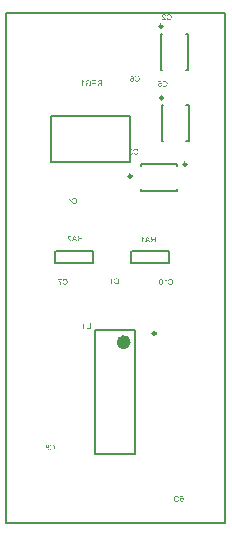
<source format=gbo>
G04*
G04 #@! TF.GenerationSoftware,Altium Limited,Altium Designer,19.1.7 (138)*
G04*
G04 Layer_Color=32896*
%FSLAX44Y44*%
%MOMM*%
G71*
G01*
G75*
%ADD11C,0.2500*%
%ADD12C,0.6000*%
%ADD14C,0.2000*%
%ADD16C,0.1524*%
G36*
X49956Y-237206D02*
X50034Y-237318D01*
X50125Y-237431D01*
X50209Y-237529D01*
X50294Y-237614D01*
X50357Y-237684D01*
X50385Y-237705D01*
X50406Y-237726D01*
X50413Y-237733D01*
X50420Y-237740D01*
X50568Y-237860D01*
X50716Y-237973D01*
X50857Y-238071D01*
X50998Y-238148D01*
X51117Y-238219D01*
X51166Y-238247D01*
X51209Y-238268D01*
X51244Y-238289D01*
X51272Y-238296D01*
X51286Y-238310D01*
X51293D01*
Y-238887D01*
X51187Y-238845D01*
X51082Y-238796D01*
X50976Y-238747D01*
X50878Y-238697D01*
X50793Y-238655D01*
X50723Y-238620D01*
X50681Y-238592D01*
X50674Y-238585D01*
X50667D01*
X50540Y-238507D01*
X50428Y-238430D01*
X50329Y-238360D01*
X50252Y-238296D01*
X50181Y-238247D01*
X50139Y-238205D01*
X50104Y-238177D01*
X50097Y-238170D01*
Y-241976D01*
X49499D01*
Y-237086D01*
X49886D01*
X49956Y-237206D01*
D02*
G37*
G36*
X56408Y-239921D02*
Y-240062D01*
X56401Y-240196D01*
X56394Y-240323D01*
X56380Y-240442D01*
X56366Y-240548D01*
X56352Y-240646D01*
X56331Y-240738D01*
X56316Y-240822D01*
X56302Y-240900D01*
X56281Y-240963D01*
X56267Y-241019D01*
X56253Y-241061D01*
X56239Y-241096D01*
X56232Y-241125D01*
X56225Y-241139D01*
Y-241146D01*
X56148Y-241301D01*
X56049Y-241441D01*
X55951Y-241554D01*
X55845Y-241652D01*
X55754Y-241730D01*
X55676Y-241786D01*
X55648Y-241800D01*
X55627Y-241814D01*
X55613Y-241828D01*
X55606D01*
X55430Y-241906D01*
X55247Y-241962D01*
X55057Y-242004D01*
X54881Y-242032D01*
X54804Y-242039D01*
X54726Y-242046D01*
X54656Y-242053D01*
X54600D01*
X54550Y-242060D01*
X54487D01*
X54234Y-242046D01*
X54121Y-242032D01*
X54016Y-242018D01*
X53910Y-241997D01*
X53819Y-241976D01*
X53734Y-241955D01*
X53657Y-241927D01*
X53587Y-241899D01*
X53530Y-241877D01*
X53474Y-241856D01*
X53432Y-241835D01*
X53397Y-241814D01*
X53376Y-241807D01*
X53362Y-241793D01*
X53355D01*
X53200Y-241688D01*
X53073Y-241568D01*
X52975Y-241455D01*
X52890Y-241343D01*
X52827Y-241244D01*
X52785Y-241167D01*
X52771Y-241139D01*
X52756Y-241118D01*
X52749Y-241104D01*
Y-241096D01*
X52721Y-241012D01*
X52693Y-240921D01*
X52651Y-240731D01*
X52623Y-240534D01*
X52602Y-240344D01*
X52595Y-240259D01*
X52588Y-240175D01*
Y-240105D01*
X52580Y-240041D01*
Y-239992D01*
Y-239957D01*
Y-239929D01*
Y-239921D01*
Y-237107D01*
X53228D01*
Y-239921D01*
Y-240083D01*
X53242Y-240238D01*
X53256Y-240372D01*
X53277Y-240499D01*
X53298Y-240611D01*
X53326Y-240717D01*
X53347Y-240808D01*
X53376Y-240885D01*
X53404Y-240949D01*
X53432Y-241012D01*
X53460Y-241054D01*
X53481Y-241096D01*
X53502Y-241125D01*
X53516Y-241146D01*
X53523Y-241153D01*
X53530Y-241160D01*
X53594Y-241216D01*
X53664Y-241265D01*
X53819Y-241343D01*
X53981Y-241399D01*
X54149Y-241434D01*
X54304Y-241462D01*
X54368Y-241469D01*
X54431D01*
X54473Y-241476D01*
X54543D01*
X54691Y-241469D01*
X54825Y-241448D01*
X54952Y-241427D01*
X55050Y-241392D01*
X55135Y-241364D01*
X55198Y-241343D01*
X55233Y-241322D01*
X55247Y-241315D01*
X55346Y-241251D01*
X55430Y-241174D01*
X55500Y-241096D01*
X55550Y-241026D01*
X55592Y-240956D01*
X55627Y-240907D01*
X55641Y-240871D01*
X55648Y-240857D01*
X55669Y-240794D01*
X55683Y-240731D01*
X55711Y-240583D01*
X55733Y-240428D01*
X55747Y-240273D01*
X55754Y-240140D01*
Y-240076D01*
X55761Y-240027D01*
Y-239985D01*
Y-239950D01*
Y-239929D01*
Y-239921D01*
Y-237107D01*
X56408D01*
Y-239921D01*
D02*
G37*
G36*
X49505Y-31552D02*
X49583Y-31664D01*
X49674Y-31777D01*
X49758Y-31875D01*
X49843Y-31960D01*
X49906Y-32030D01*
X49934Y-32051D01*
X49955Y-32072D01*
X49963Y-32079D01*
X49970Y-32086D01*
X50117Y-32206D01*
X50265Y-32319D01*
X50406Y-32417D01*
X50546Y-32494D01*
X50666Y-32565D01*
X50715Y-32593D01*
X50757Y-32614D01*
X50793Y-32635D01*
X50821Y-32642D01*
X50835Y-32656D01*
X50842D01*
Y-33233D01*
X50736Y-33191D01*
X50631Y-33142D01*
X50525Y-33093D01*
X50427Y-33043D01*
X50342Y-33001D01*
X50272Y-32966D01*
X50230Y-32938D01*
X50223Y-32931D01*
X50216D01*
X50089Y-32853D01*
X49977Y-32776D01*
X49878Y-32706D01*
X49801Y-32642D01*
X49730Y-32593D01*
X49688Y-32551D01*
X49653Y-32523D01*
X49646Y-32516D01*
Y-36322D01*
X49048D01*
Y-31432D01*
X49435D01*
X49505Y-31552D01*
D02*
G37*
G36*
X54339Y-31383D02*
X54585Y-31418D01*
X54698Y-31439D01*
X54803Y-31467D01*
X54902Y-31488D01*
X54993Y-31516D01*
X55078Y-31545D01*
X55148Y-31573D01*
X55211Y-31601D01*
X55268Y-31622D01*
X55310Y-31643D01*
X55338Y-31657D01*
X55359Y-31664D01*
X55366Y-31671D01*
X55465Y-31735D01*
X55563Y-31798D01*
X55732Y-31946D01*
X55880Y-32094D01*
X55999Y-32248D01*
X56098Y-32382D01*
X56133Y-32438D01*
X56161Y-32494D01*
X56189Y-32537D01*
X56203Y-32565D01*
X56210Y-32586D01*
X56217Y-32593D01*
X56316Y-32825D01*
X56386Y-33057D01*
X56442Y-33282D01*
X56456Y-33388D01*
X56478Y-33487D01*
X56485Y-33578D01*
X56499Y-33655D01*
X56506Y-33733D01*
Y-33796D01*
X56513Y-33845D01*
Y-33881D01*
Y-33909D01*
Y-33916D01*
X56499Y-34176D01*
X56464Y-34422D01*
X56442Y-34535D01*
X56421Y-34640D01*
X56393Y-34746D01*
X56365Y-34837D01*
X56337Y-34922D01*
X56309Y-34992D01*
X56288Y-35063D01*
X56267Y-35112D01*
X56245Y-35161D01*
X56231Y-35189D01*
X56217Y-35210D01*
Y-35217D01*
X56091Y-35421D01*
X55950Y-35597D01*
X55802Y-35752D01*
X55662Y-35879D01*
X55528Y-35977D01*
X55479Y-36012D01*
X55429Y-36048D01*
X55387Y-36069D01*
X55359Y-36090D01*
X55338Y-36097D01*
X55331Y-36104D01*
X55218Y-36160D01*
X55106Y-36202D01*
X54880Y-36280D01*
X54662Y-36329D01*
X54458Y-36371D01*
X54367Y-36378D01*
X54282Y-36392D01*
X54205Y-36399D01*
X54142D01*
X54092Y-36406D01*
X54022D01*
X53825Y-36399D01*
X53635Y-36378D01*
X53459Y-36343D01*
X53305Y-36308D01*
X53241Y-36294D01*
X53178Y-36280D01*
X53122Y-36259D01*
X53072Y-36245D01*
X53037Y-36230D01*
X53009Y-36223D01*
X52995Y-36216D01*
X52988D01*
X52798Y-36139D01*
X52622Y-36048D01*
X52453Y-35949D01*
X52305Y-35858D01*
X52242Y-35815D01*
X52179Y-35773D01*
X52130Y-35738D01*
X52087Y-35710D01*
X52052Y-35682D01*
X52024Y-35661D01*
X52010Y-35654D01*
X52003Y-35647D01*
Y-33838D01*
X54071D01*
Y-34415D01*
X52636D01*
Y-35330D01*
X52720Y-35400D01*
X52819Y-35464D01*
X52925Y-35520D01*
X53023Y-35569D01*
X53108Y-35611D01*
X53185Y-35647D01*
X53213Y-35661D01*
X53227Y-35668D01*
X53241Y-35675D01*
X53248D01*
X53396Y-35724D01*
X53544Y-35766D01*
X53677Y-35794D01*
X53804Y-35808D01*
X53910Y-35823D01*
X53952D01*
X53994Y-35830D01*
X54064D01*
X54240Y-35823D01*
X54409Y-35794D01*
X54564Y-35759D01*
X54705Y-35724D01*
X54817Y-35682D01*
X54866Y-35668D01*
X54902Y-35654D01*
X54937Y-35640D01*
X54958Y-35626D01*
X54972Y-35618D01*
X54979D01*
X55127Y-35527D01*
X55260Y-35429D01*
X55373Y-35323D01*
X55465Y-35217D01*
X55542Y-35119D01*
X55591Y-35041D01*
X55612Y-35013D01*
X55619Y-34992D01*
X55633Y-34978D01*
Y-34971D01*
X55704Y-34795D01*
X55760Y-34612D01*
X55795Y-34429D01*
X55823Y-34253D01*
X55830Y-34176D01*
X55837Y-34106D01*
X55844Y-34035D01*
Y-33979D01*
X55851Y-33937D01*
Y-33902D01*
Y-33881D01*
Y-33874D01*
X55844Y-33677D01*
X55823Y-33501D01*
X55795Y-33332D01*
X55760Y-33184D01*
X55746Y-33121D01*
X55725Y-33064D01*
X55711Y-33015D01*
X55697Y-32973D01*
X55683Y-32938D01*
X55676Y-32917D01*
X55669Y-32903D01*
Y-32896D01*
X55619Y-32797D01*
X55570Y-32706D01*
X55521Y-32621D01*
X55472Y-32551D01*
X55429Y-32494D01*
X55394Y-32445D01*
X55366Y-32417D01*
X55359Y-32410D01*
X55282Y-32333D01*
X55197Y-32262D01*
X55106Y-32206D01*
X55021Y-32150D01*
X54951Y-32115D01*
X54895Y-32079D01*
X54852Y-32065D01*
X54838Y-32058D01*
X54712Y-32009D01*
X54585Y-31974D01*
X54451Y-31953D01*
X54332Y-31932D01*
X54226Y-31925D01*
X54184D01*
X54149Y-31918D01*
X54071D01*
X53938Y-31925D01*
X53811Y-31939D01*
X53699Y-31960D01*
X53600Y-31981D01*
X53516Y-32009D01*
X53452Y-32030D01*
X53417Y-32044D01*
X53403Y-32051D01*
X53298Y-32101D01*
X53206Y-32157D01*
X53122Y-32213D01*
X53058Y-32269D01*
X53009Y-32319D01*
X52967Y-32354D01*
X52946Y-32382D01*
X52939Y-32389D01*
X52875Y-32473D01*
X52826Y-32572D01*
X52777Y-32663D01*
X52735Y-32762D01*
X52706Y-32846D01*
X52685Y-32910D01*
X52678Y-32938D01*
X52671Y-32959D01*
X52664Y-32966D01*
Y-32973D01*
X52080Y-32818D01*
X52130Y-32642D01*
X52193Y-32487D01*
X52256Y-32347D01*
X52312Y-32234D01*
X52369Y-32143D01*
X52411Y-32079D01*
X52439Y-32037D01*
X52453Y-32023D01*
X52552Y-31911D01*
X52657Y-31819D01*
X52770Y-31735D01*
X52875Y-31664D01*
X52974Y-31615D01*
X53051Y-31573D01*
X53079Y-31559D01*
X53101Y-31552D01*
X53115Y-31545D01*
X53122D01*
X53283Y-31488D01*
X53452Y-31446D01*
X53607Y-31411D01*
X53755Y-31390D01*
X53889Y-31376D01*
X53945D01*
X53987Y-31369D01*
X54212D01*
X54339Y-31383D01*
D02*
G37*
G36*
X65786Y-36322D02*
X65139D01*
Y-34162D01*
X64309D01*
X64231Y-34169D01*
X64175D01*
X64126Y-34176D01*
X64090Y-34183D01*
X64062D01*
X64048Y-34190D01*
X64041D01*
X63928Y-34225D01*
X63879Y-34246D01*
X63837Y-34267D01*
X63795Y-34289D01*
X63767Y-34303D01*
X63753Y-34310D01*
X63746Y-34317D01*
X63689Y-34359D01*
X63633Y-34408D01*
X63527Y-34514D01*
X63478Y-34563D01*
X63443Y-34605D01*
X63422Y-34633D01*
X63415Y-34640D01*
X63345Y-34739D01*
X63267Y-34845D01*
X63190Y-34957D01*
X63112Y-35063D01*
X63049Y-35161D01*
X63000Y-35238D01*
X62979Y-35267D01*
X62965Y-35288D01*
X62951Y-35302D01*
Y-35309D01*
X62310Y-36322D01*
X61508D01*
X62345Y-34999D01*
X62444Y-34859D01*
X62536Y-34732D01*
X62627Y-34626D01*
X62704Y-34528D01*
X62775Y-34457D01*
X62831Y-34401D01*
X62866Y-34366D01*
X62880Y-34352D01*
X62937Y-34310D01*
X63000Y-34260D01*
X63127Y-34183D01*
X63183Y-34155D01*
X63225Y-34127D01*
X63253Y-34113D01*
X63267Y-34106D01*
X63141Y-34085D01*
X63021Y-34063D01*
X62915Y-34028D01*
X62810Y-34000D01*
X62718Y-33965D01*
X62634Y-33923D01*
X62557Y-33888D01*
X62486Y-33852D01*
X62430Y-33810D01*
X62374Y-33775D01*
X62331Y-33747D01*
X62296Y-33719D01*
X62268Y-33698D01*
X62247Y-33677D01*
X62240Y-33670D01*
X62233Y-33663D01*
X62177Y-33592D01*
X62120Y-33522D01*
X62036Y-33374D01*
X61980Y-33226D01*
X61937Y-33085D01*
X61909Y-32966D01*
X61902Y-32917D01*
Y-32867D01*
X61895Y-32832D01*
Y-32804D01*
Y-32790D01*
Y-32783D01*
X61902Y-32635D01*
X61923Y-32502D01*
X61958Y-32375D01*
X61994Y-32269D01*
X62036Y-32178D01*
X62064Y-32108D01*
X62092Y-32065D01*
X62099Y-32058D01*
Y-32051D01*
X62184Y-31939D01*
X62268Y-31840D01*
X62360Y-31756D01*
X62444Y-31692D01*
X62521Y-31643D01*
X62585Y-31615D01*
X62627Y-31594D01*
X62634Y-31587D01*
X62641D01*
X62704Y-31566D01*
X62782Y-31545D01*
X62937Y-31509D01*
X63105Y-31488D01*
X63260Y-31467D01*
X63408Y-31460D01*
X63471D01*
X63527Y-31453D01*
X65786D01*
Y-36322D01*
D02*
G37*
G36*
X60875D02*
X57238D01*
Y-35745D01*
X60228D01*
Y-34092D01*
X57533D01*
Y-33515D01*
X60228D01*
Y-32030D01*
X57350D01*
Y-31453D01*
X60875D01*
Y-36322D01*
D02*
G37*
G36*
X38342Y-162757D02*
X38461Y-162764D01*
X38574Y-162785D01*
X38679Y-162806D01*
X38778Y-162834D01*
X38869Y-162863D01*
X38954Y-162898D01*
X39031Y-162933D01*
X39102Y-162968D01*
X39158Y-163003D01*
X39207Y-163032D01*
X39249Y-163060D01*
X39285Y-163081D01*
X39306Y-163102D01*
X39320Y-163109D01*
X39327Y-163116D01*
X39397Y-163186D01*
X39460Y-163264D01*
X39524Y-163348D01*
X39573Y-163433D01*
X39657Y-163601D01*
X39714Y-163770D01*
X39735Y-163848D01*
X39756Y-163925D01*
X39770Y-163988D01*
X39784Y-164045D01*
X39791Y-164094D01*
Y-164129D01*
X39798Y-164150D01*
Y-164157D01*
X39186Y-164221D01*
X39172Y-164059D01*
X39144Y-163918D01*
X39102Y-163791D01*
X39052Y-163693D01*
X39010Y-163608D01*
X38968Y-163552D01*
X38940Y-163517D01*
X38926Y-163503D01*
X38820Y-163419D01*
X38707Y-163355D01*
X38588Y-163306D01*
X38482Y-163278D01*
X38384Y-163257D01*
X38299Y-163250D01*
X38271Y-163243D01*
X38229D01*
X38081Y-163250D01*
X37948Y-163278D01*
X37835Y-163320D01*
X37737Y-163362D01*
X37659Y-163412D01*
X37610Y-163447D01*
X37575Y-163475D01*
X37561Y-163489D01*
X37476Y-163587D01*
X37413Y-163686D01*
X37364Y-163784D01*
X37336Y-163883D01*
X37314Y-163960D01*
X37307Y-164031D01*
X37300Y-164073D01*
Y-164080D01*
Y-164087D01*
X37314Y-164214D01*
X37343Y-164347D01*
X37392Y-164467D01*
X37441Y-164579D01*
X37497Y-164671D01*
X37547Y-164748D01*
X37561Y-164776D01*
X37575Y-164797D01*
X37589Y-164805D01*
Y-164812D01*
X37645Y-164889D01*
X37715Y-164966D01*
X37793Y-165051D01*
X37877Y-165135D01*
X38053Y-165304D01*
X38229Y-165473D01*
X38321Y-165550D01*
X38398Y-165621D01*
X38475Y-165684D01*
X38539Y-165740D01*
X38588Y-165783D01*
X38630Y-165818D01*
X38658Y-165839D01*
X38665Y-165846D01*
X38841Y-165994D01*
X39003Y-166134D01*
X39137Y-166261D01*
X39242Y-166367D01*
X39334Y-166458D01*
X39397Y-166521D01*
X39432Y-166563D01*
X39446Y-166571D01*
Y-166578D01*
X39545Y-166697D01*
X39622Y-166810D01*
X39692Y-166922D01*
X39749Y-167021D01*
X39791Y-167105D01*
X39819Y-167169D01*
X39833Y-167211D01*
X39840Y-167218D01*
Y-167225D01*
X39868Y-167302D01*
X39883Y-167373D01*
X39897Y-167443D01*
X39904Y-167506D01*
X39911Y-167563D01*
Y-167605D01*
Y-167633D01*
Y-167640D01*
X36681D01*
Y-167063D01*
X39080D01*
X38996Y-166943D01*
X38954Y-166894D01*
X38919Y-166845D01*
X38883Y-166803D01*
X38855Y-166775D01*
X38834Y-166754D01*
X38827Y-166747D01*
X38792Y-166711D01*
X38750Y-166676D01*
X38651Y-166585D01*
X38539Y-166479D01*
X38419Y-166374D01*
X38307Y-166282D01*
X38257Y-166240D01*
X38215Y-166198D01*
X38180Y-166169D01*
X38152Y-166148D01*
X38138Y-166134D01*
X38131Y-166127D01*
X38018Y-166029D01*
X37905Y-165937D01*
X37807Y-165846D01*
X37715Y-165769D01*
X37631Y-165691D01*
X37561Y-165621D01*
X37490Y-165557D01*
X37434Y-165501D01*
X37378Y-165445D01*
X37336Y-165403D01*
X37300Y-165367D01*
X37265Y-165332D01*
X37230Y-165290D01*
X37216Y-165276D01*
X37117Y-165156D01*
X37033Y-165051D01*
X36963Y-164945D01*
X36906Y-164861D01*
X36864Y-164783D01*
X36836Y-164727D01*
X36822Y-164692D01*
X36815Y-164678D01*
X36773Y-164572D01*
X36744Y-164467D01*
X36716Y-164368D01*
X36702Y-164284D01*
X36695Y-164207D01*
X36688Y-164150D01*
Y-164115D01*
Y-164101D01*
X36695Y-163995D01*
X36709Y-163897D01*
X36723Y-163799D01*
X36752Y-163714D01*
X36822Y-163545D01*
X36892Y-163412D01*
X36934Y-163348D01*
X36970Y-163299D01*
X37005Y-163250D01*
X37040Y-163214D01*
X37068Y-163186D01*
X37082Y-163158D01*
X37096Y-163151D01*
X37103Y-163144D01*
X37181Y-163074D01*
X37265Y-163010D01*
X37357Y-162961D01*
X37448Y-162919D01*
X37631Y-162849D01*
X37814Y-162799D01*
X37891Y-162785D01*
X37969Y-162771D01*
X38039Y-162764D01*
X38095Y-162757D01*
X38145Y-162750D01*
X38215D01*
X38342Y-162757D01*
D02*
G37*
G36*
X49022Y-167640D02*
X48375D01*
Y-165480D01*
X47544D01*
X47467Y-165487D01*
X47411D01*
X47362Y-165494D01*
X47326Y-165501D01*
X47298D01*
X47284Y-165508D01*
X47277D01*
X47165Y-165543D01*
X47115Y-165564D01*
X47073Y-165585D01*
X47031Y-165607D01*
X47003Y-165621D01*
X46989Y-165628D01*
X46982Y-165635D01*
X46925Y-165677D01*
X46869Y-165726D01*
X46764Y-165832D01*
X46714Y-165881D01*
X46679Y-165923D01*
X46658Y-165951D01*
X46651Y-165958D01*
X46581Y-166057D01*
X46503Y-166162D01*
X46426Y-166275D01*
X46348Y-166381D01*
X46285Y-166479D01*
X46236Y-166556D01*
X46215Y-166585D01*
X46201Y-166606D01*
X46187Y-166620D01*
Y-166627D01*
X45546Y-167640D01*
X44744D01*
X45581Y-166317D01*
X45680Y-166177D01*
X45771Y-166050D01*
X45863Y-165944D01*
X45940Y-165846D01*
X46011Y-165776D01*
X46067Y-165719D01*
X46102Y-165684D01*
X46116Y-165670D01*
X46172Y-165628D01*
X46236Y-165578D01*
X46363Y-165501D01*
X46419Y-165473D01*
X46461Y-165445D01*
X46489Y-165431D01*
X46503Y-165424D01*
X46377Y-165403D01*
X46257Y-165382D01*
X46151Y-165346D01*
X46046Y-165318D01*
X45954Y-165283D01*
X45870Y-165241D01*
X45793Y-165206D01*
X45722Y-165170D01*
X45666Y-165128D01*
X45610Y-165093D01*
X45567Y-165065D01*
X45532Y-165037D01*
X45504Y-165016D01*
X45483Y-164995D01*
X45476Y-164988D01*
X45469Y-164981D01*
X45413Y-164910D01*
X45356Y-164840D01*
X45272Y-164692D01*
X45216Y-164544D01*
X45173Y-164403D01*
X45145Y-164284D01*
X45138Y-164235D01*
Y-164185D01*
X45131Y-164150D01*
Y-164122D01*
Y-164108D01*
Y-164101D01*
X45138Y-163953D01*
X45159Y-163820D01*
X45195Y-163693D01*
X45230Y-163587D01*
X45272Y-163496D01*
X45300Y-163426D01*
X45328Y-163383D01*
X45335Y-163376D01*
Y-163369D01*
X45420Y-163257D01*
X45504Y-163158D01*
X45596Y-163074D01*
X45680Y-163010D01*
X45757Y-162961D01*
X45821Y-162933D01*
X45863Y-162912D01*
X45870Y-162905D01*
X45877D01*
X45940Y-162884D01*
X46018Y-162863D01*
X46172Y-162827D01*
X46341Y-162806D01*
X46496Y-162785D01*
X46644Y-162778D01*
X46707D01*
X46764Y-162771D01*
X49022D01*
Y-167640D01*
D02*
G37*
G36*
X44653D02*
X43970D01*
X43443Y-166162D01*
X41402D01*
X40832Y-167640D01*
X40101D01*
X42092Y-162771D01*
X42795D01*
X44653Y-167640D01*
D02*
G37*
G36*
X100008Y-163886D02*
X100085Y-163998D01*
X100177Y-164111D01*
X100261Y-164209D01*
X100346Y-164294D01*
X100409Y-164364D01*
X100437Y-164385D01*
X100458Y-164406D01*
X100465Y-164413D01*
X100472Y-164420D01*
X100620Y-164540D01*
X100768Y-164653D01*
X100909Y-164751D01*
X101049Y-164828D01*
X101169Y-164899D01*
X101218Y-164927D01*
X101260Y-164948D01*
X101296Y-164969D01*
X101324Y-164976D01*
X101338Y-164990D01*
X101345D01*
Y-165567D01*
X101239Y-165525D01*
X101134Y-165476D01*
X101028Y-165427D01*
X100930Y-165377D01*
X100845Y-165335D01*
X100775Y-165300D01*
X100733Y-165272D01*
X100726Y-165265D01*
X100719D01*
X100592Y-165187D01*
X100479Y-165110D01*
X100381Y-165040D01*
X100304Y-164976D01*
X100233Y-164927D01*
X100191Y-164885D01*
X100156Y-164857D01*
X100149Y-164850D01*
Y-168656D01*
X99551D01*
Y-163766D01*
X99938D01*
X100008Y-163886D01*
D02*
G37*
G36*
X110998Y-168656D02*
X110351D01*
Y-166496D01*
X109521D01*
X109443Y-166503D01*
X109387D01*
X109338Y-166510D01*
X109302Y-166517D01*
X109274D01*
X109260Y-166524D01*
X109253D01*
X109141Y-166559D01*
X109091Y-166580D01*
X109049Y-166602D01*
X109007Y-166623D01*
X108979Y-166637D01*
X108965Y-166644D01*
X108958Y-166651D01*
X108901Y-166693D01*
X108845Y-166742D01*
X108740Y-166848D01*
X108690Y-166897D01*
X108655Y-166939D01*
X108634Y-166967D01*
X108627Y-166974D01*
X108557Y-167073D01*
X108479Y-167178D01*
X108402Y-167291D01*
X108324Y-167397D01*
X108261Y-167495D01*
X108212Y-167572D01*
X108191Y-167601D01*
X108177Y-167622D01*
X108163Y-167636D01*
Y-167643D01*
X107522Y-168656D01*
X106720D01*
X107557Y-167333D01*
X107656Y-167193D01*
X107747Y-167066D01*
X107839Y-166960D01*
X107916Y-166862D01*
X107987Y-166791D01*
X108043Y-166735D01*
X108078Y-166700D01*
X108092Y-166686D01*
X108148Y-166644D01*
X108212Y-166595D01*
X108338Y-166517D01*
X108395Y-166489D01*
X108437Y-166461D01*
X108465Y-166447D01*
X108479Y-166440D01*
X108352Y-166419D01*
X108233Y-166397D01*
X108127Y-166362D01*
X108022Y-166334D01*
X107930Y-166299D01*
X107846Y-166257D01*
X107769Y-166222D01*
X107698Y-166186D01*
X107642Y-166144D01*
X107586Y-166109D01*
X107543Y-166081D01*
X107508Y-166053D01*
X107480Y-166032D01*
X107459Y-166010D01*
X107452Y-166003D01*
X107445Y-165996D01*
X107389Y-165926D01*
X107332Y-165856D01*
X107248Y-165708D01*
X107192Y-165560D01*
X107149Y-165420D01*
X107121Y-165300D01*
X107114Y-165251D01*
Y-165201D01*
X107107Y-165166D01*
Y-165138D01*
Y-165124D01*
Y-165117D01*
X107114Y-164969D01*
X107135Y-164836D01*
X107170Y-164709D01*
X107206Y-164603D01*
X107248Y-164512D01*
X107276Y-164442D01*
X107304Y-164399D01*
X107311Y-164392D01*
Y-164385D01*
X107396Y-164273D01*
X107480Y-164174D01*
X107572Y-164090D01*
X107656Y-164026D01*
X107733Y-163977D01*
X107797Y-163949D01*
X107839Y-163928D01*
X107846Y-163921D01*
X107853D01*
X107916Y-163900D01*
X107994Y-163879D01*
X108148Y-163843D01*
X108317Y-163822D01*
X108472Y-163801D01*
X108620Y-163794D01*
X108683D01*
X108740Y-163787D01*
X110998D01*
Y-168656D01*
D02*
G37*
G36*
X106629D02*
X105946D01*
X105419Y-167178D01*
X103378D01*
X102808Y-168656D01*
X102077D01*
X104068Y-163787D01*
X104771D01*
X106629Y-168656D01*
D02*
G37*
G36*
X119081Y-199700D02*
X119159Y-199812D01*
X119250Y-199925D01*
X119334Y-200023D01*
X119419Y-200108D01*
X119482Y-200178D01*
X119510Y-200199D01*
X119531Y-200220D01*
X119538Y-200227D01*
X119545Y-200234D01*
X119693Y-200354D01*
X119841Y-200467D01*
X119982Y-200565D01*
X120122Y-200643D01*
X120242Y-200713D01*
X120291Y-200741D01*
X120333Y-200762D01*
X120369Y-200783D01*
X120397Y-200790D01*
X120411Y-200804D01*
X120418D01*
Y-201381D01*
X120312Y-201339D01*
X120207Y-201290D01*
X120101Y-201241D01*
X120003Y-201191D01*
X119918Y-201149D01*
X119848Y-201114D01*
X119806Y-201086D01*
X119799Y-201079D01*
X119792D01*
X119665Y-201001D01*
X119553Y-200924D01*
X119454Y-200854D01*
X119377Y-200790D01*
X119306Y-200741D01*
X119264Y-200699D01*
X119229Y-200671D01*
X119222Y-200664D01*
Y-204470D01*
X118624D01*
Y-199580D01*
X119011D01*
X119081Y-199700D01*
D02*
G37*
G36*
X123668Y-199531D02*
X123894Y-199566D01*
X124091Y-199608D01*
X124182Y-199636D01*
X124267Y-199664D01*
X124344Y-199693D01*
X124414Y-199721D01*
X124471Y-199742D01*
X124527Y-199763D01*
X124562Y-199784D01*
X124590Y-199798D01*
X124611Y-199805D01*
X124618Y-199812D01*
X124808Y-199932D01*
X124970Y-200073D01*
X125111Y-200213D01*
X125231Y-200354D01*
X125322Y-200481D01*
X125357Y-200537D01*
X125385Y-200586D01*
X125413Y-200621D01*
X125428Y-200650D01*
X125435Y-200671D01*
X125442Y-200678D01*
X125540Y-200896D01*
X125610Y-201121D01*
X125660Y-201346D01*
X125695Y-201550D01*
X125709Y-201642D01*
X125716Y-201733D01*
X125723Y-201803D01*
Y-201874D01*
X125730Y-201923D01*
Y-201965D01*
Y-201993D01*
Y-202000D01*
X125716Y-202254D01*
X125688Y-202500D01*
X125653Y-202718D01*
X125625Y-202824D01*
X125603Y-202915D01*
X125582Y-202999D01*
X125554Y-203077D01*
X125533Y-203147D01*
X125519Y-203204D01*
X125498Y-203246D01*
X125491Y-203281D01*
X125477Y-203302D01*
Y-203309D01*
X125371Y-203520D01*
X125252Y-203710D01*
X125125Y-203872D01*
X125062Y-203935D01*
X125005Y-203999D01*
X124949Y-204055D01*
X124893Y-204104D01*
X124844Y-204146D01*
X124801Y-204174D01*
X124773Y-204203D01*
X124745Y-204224D01*
X124731Y-204231D01*
X124724Y-204238D01*
X124625Y-204294D01*
X124527Y-204343D01*
X124316Y-204421D01*
X124105Y-204477D01*
X123901Y-204512D01*
X123802Y-204526D01*
X123718Y-204540D01*
X123640Y-204547D01*
X123577D01*
X123521Y-204554D01*
X123443D01*
X123303Y-204547D01*
X123169Y-204533D01*
X123042Y-204519D01*
X122923Y-204491D01*
X122810Y-204456D01*
X122705Y-204421D01*
X122606Y-204386D01*
X122515Y-204343D01*
X122437Y-204308D01*
X122360Y-204273D01*
X122304Y-204238D01*
X122247Y-204203D01*
X122212Y-204174D01*
X122177Y-204160D01*
X122163Y-204146D01*
X122156Y-204139D01*
X122057Y-204055D01*
X121973Y-203971D01*
X121896Y-203872D01*
X121818Y-203773D01*
X121692Y-203577D01*
X121593Y-203379D01*
X121551Y-203288D01*
X121516Y-203204D01*
X121487Y-203126D01*
X121466Y-203063D01*
X121445Y-203007D01*
X121431Y-202964D01*
X121424Y-202936D01*
Y-202929D01*
X122071Y-202767D01*
X122100Y-202880D01*
X122135Y-202985D01*
X122170Y-203084D01*
X122205Y-203175D01*
X122247Y-203260D01*
X122289Y-203330D01*
X122339Y-203401D01*
X122381Y-203464D01*
X122416Y-203520D01*
X122458Y-203562D01*
X122493Y-203605D01*
X122522Y-203640D01*
X122550Y-203661D01*
X122571Y-203682D01*
X122578Y-203689D01*
X122585Y-203696D01*
X122655Y-203752D01*
X122733Y-203795D01*
X122887Y-203872D01*
X123035Y-203928D01*
X123183Y-203963D01*
X123310Y-203992D01*
X123359Y-203999D01*
X123408D01*
X123450Y-204006D01*
X123500D01*
X123661Y-203999D01*
X123816Y-203971D01*
X123957Y-203935D01*
X124084Y-203893D01*
X124182Y-203851D01*
X124224Y-203830D01*
X124260Y-203816D01*
X124288Y-203802D01*
X124309Y-203787D01*
X124323Y-203780D01*
X124330D01*
X124464Y-203682D01*
X124576Y-203577D01*
X124675Y-203457D01*
X124752Y-203344D01*
X124815Y-203246D01*
X124858Y-203161D01*
X124872Y-203126D01*
X124886Y-203105D01*
X124893Y-203091D01*
Y-203084D01*
X124949Y-202901D01*
X124991Y-202718D01*
X125026Y-202535D01*
X125048Y-202366D01*
X125055Y-202289D01*
X125062Y-202218D01*
Y-202155D01*
X125069Y-202106D01*
Y-202064D01*
Y-202029D01*
Y-202008D01*
Y-202000D01*
X125062Y-201817D01*
X125048Y-201649D01*
X125019Y-201494D01*
X124991Y-201353D01*
X124970Y-201234D01*
X124956Y-201184D01*
X124942Y-201142D01*
X124935Y-201107D01*
X124928Y-201086D01*
X124921Y-201072D01*
Y-201065D01*
X124851Y-200903D01*
X124773Y-200755D01*
X124689Y-200636D01*
X124597Y-200530D01*
X124520Y-200445D01*
X124457Y-200389D01*
X124407Y-200354D01*
X124400Y-200340D01*
X124393D01*
X124245Y-200249D01*
X124084Y-200178D01*
X123929Y-200129D01*
X123781Y-200101D01*
X123647Y-200080D01*
X123591Y-200073D01*
X123542D01*
X123507Y-200066D01*
X123450D01*
X123274Y-200073D01*
X123113Y-200101D01*
X122979Y-200143D01*
X122859Y-200185D01*
X122768Y-200234D01*
X122698Y-200270D01*
X122655Y-200298D01*
X122641Y-200312D01*
X122529Y-200417D01*
X122423Y-200537D01*
X122339Y-200664D01*
X122268Y-200790D01*
X122212Y-200903D01*
X122191Y-200959D01*
X122177Y-201001D01*
X122163Y-201036D01*
X122149Y-201065D01*
X122142Y-201079D01*
Y-201086D01*
X121509Y-200938D01*
X121551Y-200811D01*
X121593Y-200699D01*
X121649Y-200593D01*
X121699Y-200488D01*
X121755Y-200396D01*
X121818Y-200312D01*
X121874Y-200227D01*
X121931Y-200157D01*
X121987Y-200101D01*
X122036Y-200044D01*
X122086Y-199995D01*
X122121Y-199960D01*
X122156Y-199925D01*
X122184Y-199904D01*
X122198Y-199897D01*
X122205Y-199890D01*
X122304Y-199826D01*
X122402Y-199763D01*
X122501Y-199714D01*
X122606Y-199672D01*
X122817Y-199608D01*
X123007Y-199566D01*
X123099Y-199545D01*
X123176Y-199538D01*
X123253Y-199531D01*
X123317Y-199524D01*
X123366Y-199517D01*
X123436D01*
X123668Y-199531D01*
D02*
G37*
G36*
X115690Y-199594D02*
X115866Y-199622D01*
X116014Y-199672D01*
X116140Y-199721D01*
X116246Y-199777D01*
X116288Y-199798D01*
X116323Y-199826D01*
X116351Y-199840D01*
X116372Y-199855D01*
X116379Y-199869D01*
X116386D01*
X116513Y-199981D01*
X116619Y-200115D01*
X116710Y-200249D01*
X116781Y-200375D01*
X116837Y-200495D01*
X116865Y-200544D01*
X116879Y-200593D01*
X116893Y-200629D01*
X116907Y-200657D01*
X116914Y-200671D01*
Y-200678D01*
X116942Y-200783D01*
X116970Y-200889D01*
X117013Y-201121D01*
X117048Y-201353D01*
X117069Y-201571D01*
X117076Y-201677D01*
X117083Y-201768D01*
Y-201853D01*
X117090Y-201930D01*
Y-201986D01*
Y-202036D01*
Y-202064D01*
Y-202071D01*
X117083Y-202317D01*
X117069Y-202549D01*
X117048Y-202760D01*
X117013Y-202957D01*
X116978Y-203140D01*
X116935Y-203302D01*
X116893Y-203450D01*
X116851Y-203577D01*
X116809Y-203689D01*
X116759Y-203787D01*
X116724Y-203872D01*
X116689Y-203935D01*
X116654Y-203992D01*
X116633Y-204027D01*
X116619Y-204048D01*
X116612Y-204055D01*
X116534Y-204139D01*
X116450Y-204217D01*
X116358Y-204287D01*
X116267Y-204343D01*
X116175Y-204393D01*
X116084Y-204435D01*
X115992Y-204463D01*
X115908Y-204491D01*
X115824Y-204512D01*
X115746Y-204526D01*
X115676Y-204540D01*
X115620Y-204547D01*
X115570Y-204554D01*
X115500D01*
X115310Y-204540D01*
X115134Y-204512D01*
X114986Y-204463D01*
X114860Y-204414D01*
X114754Y-204364D01*
X114719Y-204336D01*
X114684Y-204315D01*
X114656Y-204301D01*
X114635Y-204287D01*
X114628Y-204273D01*
X114621D01*
X114494Y-204153D01*
X114388Y-204027D01*
X114297Y-203886D01*
X114227Y-203759D01*
X114170Y-203640D01*
X114142Y-203591D01*
X114128Y-203541D01*
X114114Y-203506D01*
X114100Y-203478D01*
X114093Y-203464D01*
Y-203457D01*
X114058Y-203351D01*
X114030Y-203246D01*
X113987Y-203021D01*
X113952Y-202788D01*
X113931Y-202563D01*
X113924Y-202465D01*
X113917Y-202373D01*
Y-202289D01*
X113910Y-202211D01*
Y-202155D01*
Y-202106D01*
Y-202078D01*
Y-202071D01*
Y-201937D01*
X113917Y-201810D01*
Y-201698D01*
X113924Y-201585D01*
X113938Y-201487D01*
X113945Y-201388D01*
X113952Y-201304D01*
X113966Y-201227D01*
X113973Y-201156D01*
X113987Y-201093D01*
X113994Y-201044D01*
X114001Y-201001D01*
X114008Y-200966D01*
X114015Y-200945D01*
X114022Y-200931D01*
Y-200924D01*
X114065Y-200769D01*
X114114Y-200629D01*
X114170Y-200509D01*
X114212Y-200403D01*
X114262Y-200312D01*
X114290Y-200249D01*
X114318Y-200213D01*
X114325Y-200199D01*
X114402Y-200094D01*
X114480Y-200002D01*
X114564Y-199925D01*
X114642Y-199855D01*
X114712Y-199805D01*
X114768Y-199770D01*
X114803Y-199749D01*
X114810Y-199742D01*
X114817D01*
X114930Y-199686D01*
X115050Y-199650D01*
X115162Y-199622D01*
X115268Y-199601D01*
X115359Y-199587D01*
X115437Y-199580D01*
X115500D01*
X115690Y-199594D01*
D02*
G37*
G36*
X129173Y-383199D02*
X129307Y-383213D01*
X129434Y-383227D01*
X129553Y-383255D01*
X129666Y-383290D01*
X129771Y-383325D01*
X129870Y-383360D01*
X129961Y-383403D01*
X130039Y-383438D01*
X130116Y-383473D01*
X130172Y-383508D01*
X130229Y-383543D01*
X130264Y-383572D01*
X130299Y-383586D01*
X130313Y-383600D01*
X130320Y-383607D01*
X130419Y-383691D01*
X130503Y-383775D01*
X130581Y-383874D01*
X130658Y-383973D01*
X130785Y-384170D01*
X130883Y-384366D01*
X130925Y-384458D01*
X130960Y-384542D01*
X130989Y-384620D01*
X131010Y-384683D01*
X131031Y-384739D01*
X131045Y-384782D01*
X131052Y-384810D01*
Y-384817D01*
X130405Y-384979D01*
X130377Y-384866D01*
X130341Y-384761D01*
X130306Y-384662D01*
X130271Y-384571D01*
X130229Y-384486D01*
X130187Y-384416D01*
X130137Y-384345D01*
X130095Y-384282D01*
X130060Y-384226D01*
X130018Y-384184D01*
X129983Y-384141D01*
X129954Y-384106D01*
X129926Y-384085D01*
X129905Y-384064D01*
X129898Y-384057D01*
X129891Y-384050D01*
X129821Y-383994D01*
X129743Y-383951D01*
X129588Y-383874D01*
X129441Y-383818D01*
X129293Y-383783D01*
X129166Y-383754D01*
X129117Y-383747D01*
X129068D01*
X129026Y-383740D01*
X128976D01*
X128814Y-383747D01*
X128660Y-383775D01*
X128519Y-383811D01*
X128392Y-383853D01*
X128294Y-383895D01*
X128252Y-383916D01*
X128216Y-383930D01*
X128188Y-383944D01*
X128167Y-383959D01*
X128153Y-383965D01*
X128146D01*
X128012Y-384064D01*
X127900Y-384170D01*
X127801Y-384289D01*
X127724Y-384402D01*
X127661Y-384500D01*
X127618Y-384585D01*
X127604Y-384620D01*
X127590Y-384641D01*
X127583Y-384655D01*
Y-384662D01*
X127527Y-384845D01*
X127485Y-385028D01*
X127450Y-385211D01*
X127429Y-385380D01*
X127421Y-385457D01*
X127414Y-385527D01*
Y-385591D01*
X127407Y-385640D01*
Y-385682D01*
Y-385717D01*
Y-385738D01*
Y-385746D01*
X127414Y-385928D01*
X127429Y-386097D01*
X127457Y-386252D01*
X127485Y-386393D01*
X127506Y-386512D01*
X127520Y-386562D01*
X127534Y-386604D01*
X127541Y-386639D01*
X127548Y-386660D01*
X127555Y-386674D01*
Y-386681D01*
X127626Y-386843D01*
X127703Y-386991D01*
X127787Y-387110D01*
X127879Y-387216D01*
X127956Y-387300D01*
X128020Y-387357D01*
X128069Y-387392D01*
X128076Y-387406D01*
X128083D01*
X128231Y-387497D01*
X128392Y-387568D01*
X128547Y-387617D01*
X128695Y-387645D01*
X128829Y-387666D01*
X128885Y-387673D01*
X128934D01*
X128969Y-387680D01*
X129026D01*
X129201Y-387673D01*
X129363Y-387645D01*
X129497Y-387603D01*
X129617Y-387561D01*
X129708Y-387511D01*
X129778Y-387476D01*
X129821Y-387448D01*
X129835Y-387434D01*
X129947Y-387329D01*
X130053Y-387209D01*
X130137Y-387082D01*
X130208Y-386956D01*
X130264Y-386843D01*
X130285Y-386787D01*
X130299Y-386745D01*
X130313Y-386710D01*
X130327Y-386681D01*
X130334Y-386667D01*
Y-386660D01*
X130968Y-386808D01*
X130925Y-386935D01*
X130883Y-387047D01*
X130827Y-387153D01*
X130778Y-387258D01*
X130721Y-387350D01*
X130658Y-387434D01*
X130602Y-387519D01*
X130545Y-387589D01*
X130489Y-387645D01*
X130440Y-387701D01*
X130391Y-387751D01*
X130355Y-387786D01*
X130320Y-387821D01*
X130292Y-387842D01*
X130278Y-387849D01*
X130271Y-387856D01*
X130172Y-387920D01*
X130074Y-387983D01*
X129975Y-388032D01*
X129870Y-388074D01*
X129659Y-388138D01*
X129469Y-388180D01*
X129377Y-388201D01*
X129300Y-388208D01*
X129223Y-388215D01*
X129159Y-388222D01*
X129110Y-388229D01*
X129040D01*
X128807Y-388215D01*
X128582Y-388180D01*
X128385Y-388138D01*
X128294Y-388110D01*
X128209Y-388081D01*
X128132Y-388053D01*
X128062Y-388025D01*
X128005Y-388004D01*
X127949Y-387983D01*
X127914Y-387962D01*
X127886Y-387948D01*
X127865Y-387941D01*
X127858Y-387934D01*
X127668Y-387814D01*
X127506Y-387673D01*
X127365Y-387533D01*
X127246Y-387392D01*
X127154Y-387265D01*
X127119Y-387209D01*
X127091Y-387160D01*
X127063Y-387125D01*
X127049Y-387096D01*
X127042Y-387075D01*
X127035Y-387068D01*
X126936Y-386850D01*
X126866Y-386625D01*
X126816Y-386400D01*
X126781Y-386196D01*
X126767Y-386104D01*
X126760Y-386013D01*
X126753Y-385943D01*
Y-385872D01*
X126746Y-385823D01*
Y-385781D01*
Y-385753D01*
Y-385746D01*
X126760Y-385492D01*
X126788Y-385246D01*
X126823Y-385028D01*
X126852Y-384922D01*
X126873Y-384831D01*
X126894Y-384747D01*
X126922Y-384669D01*
X126943Y-384599D01*
X126957Y-384542D01*
X126978Y-384500D01*
X126985Y-384465D01*
X126999Y-384444D01*
Y-384437D01*
X127105Y-384226D01*
X127224Y-384036D01*
X127351Y-383874D01*
X127414Y-383811D01*
X127471Y-383747D01*
X127527Y-383691D01*
X127583Y-383642D01*
X127633Y-383600D01*
X127675Y-383572D01*
X127703Y-383543D01*
X127731Y-383522D01*
X127745Y-383515D01*
X127752Y-383508D01*
X127851Y-383452D01*
X127949Y-383403D01*
X128160Y-383325D01*
X128371Y-383269D01*
X128575Y-383234D01*
X128674Y-383220D01*
X128758Y-383206D01*
X128836Y-383199D01*
X128899D01*
X128955Y-383192D01*
X129033D01*
X129173Y-383199D01*
D02*
G37*
G36*
X133254Y-383206D02*
X133430Y-383234D01*
X133592Y-383283D01*
X133726Y-383339D01*
X133782Y-383360D01*
X133838Y-383389D01*
X133880Y-383417D01*
X133923Y-383438D01*
X133951Y-383452D01*
X133972Y-383466D01*
X133986Y-383480D01*
X133993D01*
X134134Y-383600D01*
X134260Y-383733D01*
X134359Y-383874D01*
X134443Y-384008D01*
X134514Y-384127D01*
X134542Y-384184D01*
X134563Y-384226D01*
X134577Y-384268D01*
X134591Y-384296D01*
X134598Y-384310D01*
Y-384317D01*
X134633Y-384423D01*
X134668Y-384542D01*
X134718Y-384782D01*
X134753Y-385035D01*
X134774Y-385274D01*
X134788Y-385380D01*
X134795Y-385485D01*
Y-385577D01*
X134802Y-385654D01*
Y-385717D01*
Y-385767D01*
Y-385802D01*
Y-385809D01*
Y-385971D01*
X134795Y-386125D01*
X134781Y-386266D01*
X134767Y-386400D01*
X134753Y-386520D01*
X134739Y-386632D01*
X134718Y-386738D01*
X134697Y-386829D01*
X134675Y-386907D01*
X134661Y-386977D01*
X134640Y-387040D01*
X134626Y-387089D01*
X134612Y-387125D01*
X134598Y-387153D01*
X134591Y-387167D01*
Y-387174D01*
X134507Y-387343D01*
X134415Y-387490D01*
X134310Y-387617D01*
X134218Y-387723D01*
X134127Y-387800D01*
X134056Y-387856D01*
X134028Y-387877D01*
X134007Y-387892D01*
X134000Y-387906D01*
X133993D01*
X133845Y-387990D01*
X133697Y-388053D01*
X133550Y-388103D01*
X133416Y-388131D01*
X133296Y-388152D01*
X133247Y-388159D01*
X133212D01*
X133177Y-388166D01*
X133127D01*
X133008Y-388159D01*
X132895Y-388145D01*
X132783Y-388124D01*
X132684Y-388096D01*
X132494Y-388018D01*
X132410Y-387983D01*
X132339Y-387941D01*
X132269Y-387892D01*
X132213Y-387856D01*
X132156Y-387814D01*
X132114Y-387779D01*
X132079Y-387751D01*
X132058Y-387730D01*
X132044Y-387716D01*
X132037Y-387709D01*
X131959Y-387624D01*
X131896Y-387526D01*
X131833Y-387434D01*
X131784Y-387336D01*
X131741Y-387230D01*
X131706Y-387132D01*
X131657Y-386949D01*
X131636Y-386857D01*
X131622Y-386780D01*
X131615Y-386702D01*
X131608Y-386639D01*
X131601Y-386590D01*
Y-386555D01*
Y-386526D01*
Y-386520D01*
X131608Y-386386D01*
X131622Y-386266D01*
X131636Y-386147D01*
X131664Y-386034D01*
X131699Y-385936D01*
X131734Y-385837D01*
X131770Y-385753D01*
X131812Y-385675D01*
X131847Y-385605D01*
X131882Y-385541D01*
X131917Y-385492D01*
X131952Y-385443D01*
X131981Y-385408D01*
X131995Y-385387D01*
X132009Y-385373D01*
X132016Y-385366D01*
X132093Y-385288D01*
X132178Y-385225D01*
X132262Y-385162D01*
X132353Y-385112D01*
X132438Y-385070D01*
X132522Y-385035D01*
X132684Y-384986D01*
X132755Y-384965D01*
X132825Y-384950D01*
X132881Y-384944D01*
X132937Y-384936D01*
X132980Y-384929D01*
X133036D01*
X133170Y-384936D01*
X133296Y-384958D01*
X133409Y-384986D01*
X133514Y-385021D01*
X133592Y-385049D01*
X133655Y-385077D01*
X133697Y-385098D01*
X133711Y-385105D01*
X133824Y-385176D01*
X133923Y-385253D01*
X134007Y-385330D01*
X134077Y-385401D01*
X134127Y-385471D01*
X134169Y-385520D01*
X134197Y-385556D01*
X134204Y-385570D01*
Y-385513D01*
Y-385478D01*
Y-385457D01*
Y-385450D01*
X134197Y-385309D01*
X134190Y-385176D01*
X134176Y-385056D01*
X134162Y-384944D01*
X134141Y-384852D01*
X134127Y-384782D01*
X134120Y-384753D01*
Y-384732D01*
X134113Y-384725D01*
Y-384718D01*
X134077Y-384592D01*
X134042Y-384479D01*
X134007Y-384381D01*
X133972Y-384296D01*
X133944Y-384233D01*
X133916Y-384184D01*
X133901Y-384148D01*
X133894Y-384141D01*
X133838Y-384064D01*
X133782Y-384001D01*
X133726Y-383944D01*
X133669Y-383895D01*
X133627Y-383853D01*
X133585Y-383825D01*
X133557Y-383811D01*
X133550Y-383804D01*
X133472Y-383761D01*
X133388Y-383733D01*
X133310Y-383712D01*
X133233Y-383698D01*
X133170Y-383691D01*
X133120Y-383684D01*
X133071D01*
X132959Y-383691D01*
X132853Y-383712D01*
X132762Y-383740D01*
X132684Y-383775D01*
X132628Y-383804D01*
X132579Y-383832D01*
X132550Y-383853D01*
X132543Y-383860D01*
X132473Y-383937D01*
X132417Y-384029D01*
X132368Y-384127D01*
X132332Y-384226D01*
X132304Y-384310D01*
X132283Y-384388D01*
X132276Y-384416D01*
Y-384430D01*
X132269Y-384444D01*
Y-384451D01*
X131692Y-384402D01*
X131734Y-384198D01*
X131791Y-384022D01*
X131861Y-383867D01*
X131931Y-383740D01*
X132002Y-383642D01*
X132037Y-383600D01*
X132065Y-383564D01*
X132086Y-383543D01*
X132107Y-383522D01*
X132114Y-383515D01*
X132121Y-383508D01*
X132192Y-383452D01*
X132269Y-383403D01*
X132424Y-383325D01*
X132579Y-383269D01*
X132726Y-383234D01*
X132860Y-383206D01*
X132916Y-383199D01*
X132966D01*
X133001Y-383192D01*
X133057D01*
X133254Y-383206D01*
D02*
G37*
G36*
X23846Y-339739D02*
X24072Y-339774D01*
X24269Y-339816D01*
X24360Y-339844D01*
X24445Y-339873D01*
X24522Y-339901D01*
X24592Y-339929D01*
X24649Y-339950D01*
X24705Y-339971D01*
X24740Y-339992D01*
X24768Y-340006D01*
X24789Y-340013D01*
X24796Y-340020D01*
X24986Y-340140D01*
X25148Y-340280D01*
X25289Y-340421D01*
X25408Y-340562D01*
X25500Y-340689D01*
X25535Y-340745D01*
X25563Y-340794D01*
X25591Y-340829D01*
X25605Y-340858D01*
X25612Y-340879D01*
X25619Y-340886D01*
X25718Y-341104D01*
X25788Y-341329D01*
X25838Y-341554D01*
X25873Y-341758D01*
X25887Y-341850D01*
X25894Y-341941D01*
X25901Y-342011D01*
Y-342082D01*
X25908Y-342131D01*
Y-342173D01*
Y-342201D01*
Y-342208D01*
X25894Y-342462D01*
X25866Y-342708D01*
X25831Y-342926D01*
X25803Y-343032D01*
X25781Y-343123D01*
X25760Y-343207D01*
X25732Y-343285D01*
X25711Y-343355D01*
X25697Y-343411D01*
X25676Y-343454D01*
X25669Y-343489D01*
X25655Y-343510D01*
Y-343517D01*
X25549Y-343728D01*
X25430Y-343918D01*
X25303Y-344080D01*
X25240Y-344143D01*
X25183Y-344207D01*
X25127Y-344263D01*
X25071Y-344312D01*
X25022Y-344354D01*
X24979Y-344382D01*
X24951Y-344411D01*
X24923Y-344432D01*
X24909Y-344439D01*
X24902Y-344446D01*
X24803Y-344502D01*
X24705Y-344551D01*
X24494Y-344629D01*
X24283Y-344685D01*
X24079Y-344720D01*
X23980Y-344734D01*
X23896Y-344748D01*
X23818Y-344755D01*
X23755D01*
X23699Y-344762D01*
X23621D01*
X23481Y-344755D01*
X23347Y-344741D01*
X23220Y-344727D01*
X23101Y-344699D01*
X22988Y-344664D01*
X22883Y-344629D01*
X22784Y-344594D01*
X22693Y-344551D01*
X22615Y-344516D01*
X22538Y-344481D01*
X22482Y-344446D01*
X22425Y-344411D01*
X22390Y-344382D01*
X22355Y-344368D01*
X22341Y-344354D01*
X22334Y-344347D01*
X22235Y-344263D01*
X22151Y-344178D01*
X22074Y-344080D01*
X21996Y-343981D01*
X21869Y-343784D01*
X21771Y-343587D01*
X21729Y-343496D01*
X21694Y-343411D01*
X21665Y-343334D01*
X21644Y-343271D01*
X21623Y-343214D01*
X21609Y-343172D01*
X21602Y-343144D01*
Y-343137D01*
X22249Y-342975D01*
X22278Y-343088D01*
X22313Y-343193D01*
X22348Y-343292D01*
X22383Y-343383D01*
X22425Y-343468D01*
X22468Y-343538D01*
X22517Y-343609D01*
X22559Y-343672D01*
X22594Y-343728D01*
X22636Y-343770D01*
X22671Y-343812D01*
X22700Y-343848D01*
X22728Y-343869D01*
X22749Y-343890D01*
X22756Y-343897D01*
X22763Y-343904D01*
X22833Y-343960D01*
X22911Y-344002D01*
X23066Y-344080D01*
X23213Y-344136D01*
X23361Y-344171D01*
X23488Y-344199D01*
X23537Y-344207D01*
X23586D01*
X23628Y-344214D01*
X23678D01*
X23839Y-344207D01*
X23994Y-344178D01*
X24135Y-344143D01*
X24262Y-344101D01*
X24360Y-344059D01*
X24402Y-344038D01*
X24437Y-344024D01*
X24466Y-344010D01*
X24487Y-343996D01*
X24501Y-343988D01*
X24508D01*
X24642Y-343890D01*
X24754Y-343784D01*
X24853Y-343665D01*
X24930Y-343552D01*
X24993Y-343454D01*
X25036Y-343369D01*
X25050Y-343334D01*
X25064Y-343313D01*
X25071Y-343299D01*
Y-343292D01*
X25127Y-343109D01*
X25169Y-342926D01*
X25204Y-342743D01*
X25226Y-342574D01*
X25233Y-342497D01*
X25240Y-342426D01*
Y-342363D01*
X25247Y-342314D01*
Y-342272D01*
Y-342237D01*
Y-342215D01*
Y-342208D01*
X25240Y-342025D01*
X25226Y-341857D01*
X25197Y-341702D01*
X25169Y-341561D01*
X25148Y-341441D01*
X25134Y-341392D01*
X25120Y-341350D01*
X25113Y-341315D01*
X25106Y-341294D01*
X25099Y-341280D01*
Y-341273D01*
X25029Y-341111D01*
X24951Y-340963D01*
X24867Y-340843D01*
X24775Y-340738D01*
X24698Y-340653D01*
X24634Y-340597D01*
X24585Y-340562D01*
X24578Y-340548D01*
X24571D01*
X24423Y-340456D01*
X24262Y-340386D01*
X24107Y-340337D01*
X23959Y-340309D01*
X23825Y-340288D01*
X23769Y-340280D01*
X23720D01*
X23685Y-340274D01*
X23628D01*
X23452Y-340280D01*
X23291Y-340309D01*
X23157Y-340351D01*
X23037Y-340393D01*
X22946Y-340442D01*
X22876Y-340478D01*
X22833Y-340506D01*
X22819Y-340520D01*
X22707Y-340625D01*
X22601Y-340745D01*
X22517Y-340872D01*
X22446Y-340998D01*
X22390Y-341111D01*
X22369Y-341167D01*
X22355Y-341209D01*
X22341Y-341245D01*
X22327Y-341273D01*
X22320Y-341287D01*
Y-341294D01*
X21686Y-341146D01*
X21729Y-341019D01*
X21771Y-340907D01*
X21827Y-340801D01*
X21876Y-340696D01*
X21933Y-340604D01*
X21996Y-340520D01*
X22052Y-340435D01*
X22109Y-340365D01*
X22165Y-340309D01*
X22214Y-340252D01*
X22264Y-340203D01*
X22299Y-340168D01*
X22334Y-340133D01*
X22362Y-340112D01*
X22376Y-340105D01*
X22383Y-340098D01*
X22482Y-340034D01*
X22580Y-339971D01*
X22679Y-339922D01*
X22784Y-339879D01*
X22995Y-339816D01*
X23185Y-339774D01*
X23277Y-339753D01*
X23354Y-339746D01*
X23431Y-339739D01*
X23495Y-339732D01*
X23544Y-339725D01*
X23614D01*
X23846Y-339739D01*
D02*
G37*
G36*
X19583Y-339795D02*
X19695Y-339802D01*
X19892Y-339844D01*
X19984Y-339873D01*
X20068Y-339901D01*
X20146Y-339936D01*
X20216Y-339971D01*
X20272Y-340006D01*
X20329Y-340041D01*
X20378Y-340070D01*
X20413Y-340098D01*
X20441Y-340119D01*
X20462Y-340140D01*
X20476Y-340147D01*
X20483Y-340154D01*
X20547Y-340224D01*
X20610Y-340295D01*
X20659Y-340372D01*
X20701Y-340449D01*
X20772Y-340597D01*
X20814Y-340738D01*
X20842Y-340858D01*
X20849Y-340914D01*
X20856Y-340956D01*
X20863Y-340998D01*
Y-341026D01*
Y-341040D01*
Y-341048D01*
X20856Y-341174D01*
X20835Y-341294D01*
X20807Y-341399D01*
X20772Y-341491D01*
X20744Y-341561D01*
X20716Y-341617D01*
X20694Y-341646D01*
X20687Y-341660D01*
X20610Y-341744D01*
X20526Y-341821D01*
X20434Y-341892D01*
X20343Y-341948D01*
X20258Y-341990D01*
X20195Y-342018D01*
X20167Y-342033D01*
X20146Y-342039D01*
X20139Y-342047D01*
X20132D01*
X20293Y-342096D01*
X20427Y-342159D01*
X20547Y-342237D01*
X20645Y-342307D01*
X20723Y-342377D01*
X20779Y-342434D01*
X20807Y-342469D01*
X20821Y-342476D01*
Y-342483D01*
X20898Y-342609D01*
X20962Y-342743D01*
X21004Y-342870D01*
X21032Y-342996D01*
X21046Y-343109D01*
X21053Y-343158D01*
Y-343200D01*
X21060Y-343228D01*
Y-343257D01*
Y-343271D01*
Y-343278D01*
X21053Y-343390D01*
X21039Y-343503D01*
X21018Y-343609D01*
X20990Y-343714D01*
X20920Y-343890D01*
X20884Y-343974D01*
X20842Y-344045D01*
X20800Y-344115D01*
X20765Y-344171D01*
X20723Y-344221D01*
X20694Y-344263D01*
X20666Y-344298D01*
X20645Y-344319D01*
X20631Y-344333D01*
X20624Y-344340D01*
X20540Y-344418D01*
X20448Y-344481D01*
X20350Y-344537D01*
X20251Y-344586D01*
X20160Y-344622D01*
X20061Y-344657D01*
X19871Y-344706D01*
X19787Y-344727D01*
X19710Y-344741D01*
X19639Y-344748D01*
X19576Y-344755D01*
X19526Y-344762D01*
X19456D01*
X19323Y-344755D01*
X19203Y-344741D01*
X19083Y-344720D01*
X18971Y-344699D01*
X18872Y-344664D01*
X18774Y-344629D01*
X18682Y-344594D01*
X18605Y-344551D01*
X18534Y-344509D01*
X18471Y-344474D01*
X18422Y-344439D01*
X18373Y-344403D01*
X18338Y-344382D01*
X18316Y-344361D01*
X18302Y-344347D01*
X18295Y-344340D01*
X18218Y-344256D01*
X18147Y-344171D01*
X18091Y-344087D01*
X18042Y-343996D01*
X17993Y-343911D01*
X17958Y-343820D01*
X17908Y-343658D01*
X17887Y-343580D01*
X17873Y-343510D01*
X17866Y-343447D01*
X17859Y-343397D01*
X17852Y-343355D01*
Y-343320D01*
Y-343299D01*
Y-343292D01*
X17859Y-343130D01*
X17887Y-342982D01*
X17929Y-342849D01*
X17972Y-342736D01*
X18014Y-342645D01*
X18056Y-342574D01*
X18084Y-342532D01*
X18091Y-342525D01*
Y-342518D01*
X18190Y-342405D01*
X18295Y-342307D01*
X18408Y-342229D01*
X18513Y-342159D01*
X18612Y-342110D01*
X18696Y-342075D01*
X18724Y-342061D01*
X18746Y-342054D01*
X18760Y-342047D01*
X18767D01*
X18640Y-341990D01*
X18534Y-341927D01*
X18443Y-341864D01*
X18366Y-341800D01*
X18309Y-341744D01*
X18267Y-341702D01*
X18239Y-341674D01*
X18232Y-341660D01*
X18169Y-341561D01*
X18126Y-341463D01*
X18091Y-341364D01*
X18070Y-341266D01*
X18056Y-341188D01*
X18049Y-341125D01*
Y-341083D01*
Y-341076D01*
Y-341069D01*
X18056Y-340970D01*
X18063Y-340879D01*
X18112Y-340703D01*
X18176Y-340548D01*
X18246Y-340414D01*
X18316Y-340309D01*
X18352Y-340266D01*
X18380Y-340224D01*
X18408Y-340196D01*
X18429Y-340175D01*
X18436Y-340168D01*
X18443Y-340161D01*
X18520Y-340098D01*
X18598Y-340034D01*
X18682Y-339985D01*
X18767Y-339943D01*
X18936Y-339879D01*
X19104Y-339837D01*
X19175Y-339816D01*
X19245Y-339809D01*
X19308Y-339802D01*
X19365Y-339795D01*
X19407Y-339788D01*
X19470D01*
X19583Y-339795D01*
D02*
G37*
G36*
X34515Y-199531D02*
X34740Y-199566D01*
X34937Y-199608D01*
X35028Y-199636D01*
X35113Y-199664D01*
X35190Y-199693D01*
X35260Y-199721D01*
X35317Y-199742D01*
X35373Y-199763D01*
X35408Y-199784D01*
X35436Y-199798D01*
X35457Y-199805D01*
X35464Y-199812D01*
X35654Y-199932D01*
X35816Y-200073D01*
X35957Y-200213D01*
X36077Y-200354D01*
X36168Y-200481D01*
X36203Y-200537D01*
X36231Y-200586D01*
X36259Y-200621D01*
X36274Y-200650D01*
X36281Y-200671D01*
X36288Y-200678D01*
X36386Y-200896D01*
X36456Y-201121D01*
X36506Y-201346D01*
X36541Y-201550D01*
X36555Y-201642D01*
X36562Y-201733D01*
X36569Y-201803D01*
Y-201874D01*
X36576Y-201923D01*
Y-201965D01*
Y-201993D01*
Y-202000D01*
X36562Y-202254D01*
X36534Y-202500D01*
X36499Y-202718D01*
X36470Y-202824D01*
X36449Y-202915D01*
X36428Y-202999D01*
X36400Y-203077D01*
X36379Y-203147D01*
X36365Y-203204D01*
X36344Y-203246D01*
X36337Y-203281D01*
X36323Y-203302D01*
Y-203309D01*
X36217Y-203520D01*
X36098Y-203710D01*
X35971Y-203872D01*
X35908Y-203935D01*
X35851Y-203999D01*
X35795Y-204055D01*
X35739Y-204104D01*
X35689Y-204146D01*
X35647Y-204174D01*
X35619Y-204203D01*
X35591Y-204224D01*
X35577Y-204231D01*
X35570Y-204238D01*
X35471Y-204294D01*
X35373Y-204343D01*
X35162Y-204421D01*
X34951Y-204477D01*
X34747Y-204512D01*
X34648Y-204526D01*
X34564Y-204540D01*
X34486Y-204547D01*
X34423D01*
X34367Y-204554D01*
X34289D01*
X34149Y-204547D01*
X34015Y-204533D01*
X33888Y-204519D01*
X33769Y-204491D01*
X33656Y-204456D01*
X33551Y-204421D01*
X33452Y-204386D01*
X33361Y-204343D01*
X33283Y-204308D01*
X33206Y-204273D01*
X33150Y-204238D01*
X33093Y-204203D01*
X33058Y-204174D01*
X33023Y-204160D01*
X33009Y-204146D01*
X33002Y-204139D01*
X32903Y-204055D01*
X32819Y-203971D01*
X32741Y-203872D01*
X32664Y-203773D01*
X32538Y-203577D01*
X32439Y-203379D01*
X32397Y-203288D01*
X32362Y-203204D01*
X32333Y-203126D01*
X32312Y-203063D01*
X32291Y-203007D01*
X32277Y-202964D01*
X32270Y-202936D01*
Y-202929D01*
X32917Y-202767D01*
X32945Y-202880D01*
X32981Y-202985D01*
X33016Y-203084D01*
X33051Y-203175D01*
X33093Y-203260D01*
X33135Y-203330D01*
X33185Y-203401D01*
X33227Y-203464D01*
X33262Y-203520D01*
X33304Y-203562D01*
X33340Y-203605D01*
X33368Y-203640D01*
X33396Y-203661D01*
X33417Y-203682D01*
X33424Y-203689D01*
X33431Y-203696D01*
X33501Y-203752D01*
X33579Y-203795D01*
X33733Y-203872D01*
X33881Y-203928D01*
X34029Y-203963D01*
X34156Y-203992D01*
X34205Y-203999D01*
X34254D01*
X34296Y-204006D01*
X34346D01*
X34508Y-203999D01*
X34662Y-203971D01*
X34803Y-203935D01*
X34930Y-203893D01*
X35028Y-203851D01*
X35070Y-203830D01*
X35106Y-203816D01*
X35134Y-203802D01*
X35155Y-203787D01*
X35169Y-203780D01*
X35176D01*
X35310Y-203682D01*
X35422Y-203577D01*
X35521Y-203457D01*
X35598Y-203344D01*
X35661Y-203246D01*
X35704Y-203161D01*
X35718Y-203126D01*
X35732Y-203105D01*
X35739Y-203091D01*
Y-203084D01*
X35795Y-202901D01*
X35837Y-202718D01*
X35872Y-202535D01*
X35893Y-202366D01*
X35901Y-202289D01*
X35908Y-202218D01*
Y-202155D01*
X35915Y-202106D01*
Y-202064D01*
Y-202029D01*
Y-202008D01*
Y-202000D01*
X35908Y-201817D01*
X35893Y-201649D01*
X35865Y-201494D01*
X35837Y-201353D01*
X35816Y-201234D01*
X35802Y-201184D01*
X35788Y-201142D01*
X35781Y-201107D01*
X35774Y-201086D01*
X35767Y-201072D01*
Y-201065D01*
X35696Y-200903D01*
X35619Y-200755D01*
X35535Y-200636D01*
X35443Y-200530D01*
X35366Y-200445D01*
X35303Y-200389D01*
X35253Y-200354D01*
X35246Y-200340D01*
X35239D01*
X35091Y-200249D01*
X34930Y-200178D01*
X34775Y-200129D01*
X34627Y-200101D01*
X34493Y-200080D01*
X34437Y-200073D01*
X34388D01*
X34353Y-200066D01*
X34296D01*
X34121Y-200073D01*
X33959Y-200101D01*
X33825Y-200143D01*
X33705Y-200185D01*
X33614Y-200234D01*
X33544Y-200270D01*
X33501Y-200298D01*
X33487Y-200312D01*
X33375Y-200417D01*
X33269Y-200537D01*
X33185Y-200664D01*
X33114Y-200790D01*
X33058Y-200903D01*
X33037Y-200959D01*
X33023Y-201001D01*
X33009Y-201036D01*
X32995Y-201065D01*
X32988Y-201079D01*
Y-201086D01*
X32355Y-200938D01*
X32397Y-200811D01*
X32439Y-200699D01*
X32495Y-200593D01*
X32545Y-200488D01*
X32601Y-200396D01*
X32664Y-200312D01*
X32720Y-200227D01*
X32777Y-200157D01*
X32833Y-200101D01*
X32882Y-200044D01*
X32931Y-199995D01*
X32967Y-199960D01*
X33002Y-199925D01*
X33030Y-199904D01*
X33044Y-199897D01*
X33051Y-199890D01*
X33150Y-199826D01*
X33248Y-199763D01*
X33347Y-199714D01*
X33452Y-199672D01*
X33663Y-199608D01*
X33853Y-199566D01*
X33945Y-199545D01*
X34022Y-199538D01*
X34099Y-199531D01*
X34163Y-199524D01*
X34212Y-199517D01*
X34282D01*
X34515Y-199531D01*
D02*
G37*
G36*
X31679Y-200242D02*
X29294D01*
X29463Y-200445D01*
X29625Y-200664D01*
X29765Y-200875D01*
X29899Y-201079D01*
X29955Y-201170D01*
X30005Y-201255D01*
X30054Y-201332D01*
X30089Y-201395D01*
X30117Y-201452D01*
X30138Y-201487D01*
X30152Y-201515D01*
X30159Y-201522D01*
X30300Y-201803D01*
X30427Y-202085D01*
X30532Y-202352D01*
X30575Y-202472D01*
X30617Y-202591D01*
X30659Y-202697D01*
X30687Y-202796D01*
X30715Y-202880D01*
X30736Y-202950D01*
X30757Y-203014D01*
X30772Y-203056D01*
X30779Y-203084D01*
Y-203091D01*
X30849Y-203379D01*
X30877Y-203520D01*
X30898Y-203647D01*
X30919Y-203766D01*
X30940Y-203886D01*
X30954Y-203985D01*
X30968Y-204083D01*
X30975Y-204167D01*
X30982Y-204245D01*
X30990Y-204315D01*
Y-204371D01*
X30997Y-204414D01*
Y-204442D01*
Y-204463D01*
Y-204470D01*
X30385D01*
X30363Y-204203D01*
X30328Y-203956D01*
X30293Y-203731D01*
X30272Y-203626D01*
X30251Y-203527D01*
X30237Y-203443D01*
X30216Y-203365D01*
X30202Y-203295D01*
X30187Y-203239D01*
X30173Y-203197D01*
X30166Y-203161D01*
X30159Y-203140D01*
Y-203133D01*
X30054Y-202810D01*
X29941Y-202507D01*
X29885Y-202359D01*
X29829Y-202218D01*
X29765Y-202092D01*
X29709Y-201965D01*
X29660Y-201853D01*
X29611Y-201754D01*
X29568Y-201670D01*
X29533Y-201592D01*
X29498Y-201529D01*
X29477Y-201487D01*
X29463Y-201459D01*
X29456Y-201452D01*
X29371Y-201304D01*
X29287Y-201156D01*
X29202Y-201022D01*
X29118Y-200896D01*
X29041Y-200783D01*
X28963Y-200671D01*
X28886Y-200572D01*
X28823Y-200488D01*
X28759Y-200403D01*
X28703Y-200333D01*
X28647Y-200277D01*
X28604Y-200227D01*
X28576Y-200185D01*
X28548Y-200157D01*
X28534Y-200143D01*
X28527Y-200136D01*
Y-199664D01*
X31679D01*
Y-200242D01*
D02*
G37*
G36*
X91098Y-27497D02*
X91232Y-27511D01*
X91359Y-27539D01*
X91478Y-27575D01*
X91584Y-27624D01*
X91689Y-27666D01*
X91781Y-27722D01*
X91865Y-27771D01*
X91936Y-27821D01*
X92006Y-27877D01*
X92062Y-27919D01*
X92104Y-27961D01*
X92140Y-28004D01*
X92168Y-28032D01*
X92182Y-28046D01*
X92189Y-28053D01*
X92280Y-28180D01*
X92358Y-28327D01*
X92428Y-28482D01*
X92491Y-28644D01*
X92541Y-28813D01*
X92583Y-28982D01*
X92618Y-29158D01*
X92646Y-29319D01*
X92667Y-29481D01*
X92681Y-29629D01*
X92695Y-29763D01*
X92702Y-29875D01*
Y-29974D01*
X92709Y-30044D01*
Y-30072D01*
Y-30093D01*
Y-30100D01*
Y-30107D01*
X92702Y-30333D01*
X92688Y-30544D01*
X92667Y-30741D01*
X92632Y-30924D01*
X92597Y-31085D01*
X92562Y-31233D01*
X92520Y-31367D01*
X92470Y-31486D01*
X92428Y-31585D01*
X92386Y-31676D01*
X92351Y-31747D01*
X92308Y-31810D01*
X92280Y-31859D01*
X92259Y-31888D01*
X92245Y-31909D01*
X92238Y-31916D01*
X92147Y-32014D01*
X92048Y-32099D01*
X91950Y-32169D01*
X91851Y-32232D01*
X91746Y-32288D01*
X91647Y-32331D01*
X91549Y-32366D01*
X91450Y-32394D01*
X91366Y-32415D01*
X91281Y-32436D01*
X91211Y-32450D01*
X91147Y-32457D01*
X91091D01*
X91056Y-32464D01*
X91021D01*
X90859Y-32457D01*
X90711Y-32429D01*
X90578Y-32401D01*
X90458Y-32359D01*
X90366Y-32324D01*
X90296Y-32288D01*
X90268Y-32281D01*
X90247Y-32267D01*
X90240Y-32260D01*
X90233D01*
X90113Y-32176D01*
X90001Y-32078D01*
X89909Y-31979D01*
X89832Y-31881D01*
X89768Y-31789D01*
X89726Y-31719D01*
X89712Y-31690D01*
X89698Y-31669D01*
X89691Y-31662D01*
Y-31655D01*
X89621Y-31508D01*
X89572Y-31353D01*
X89536Y-31212D01*
X89515Y-31078D01*
X89494Y-30966D01*
Y-30924D01*
X89487Y-30881D01*
Y-30846D01*
Y-30825D01*
Y-30811D01*
Y-30804D01*
X89494Y-30677D01*
X89508Y-30558D01*
X89529Y-30438D01*
X89550Y-30333D01*
X89586Y-30234D01*
X89621Y-30136D01*
X89656Y-30051D01*
X89698Y-29974D01*
X89740Y-29903D01*
X89775Y-29840D01*
X89811Y-29791D01*
X89846Y-29742D01*
X89867Y-29706D01*
X89888Y-29685D01*
X89902Y-29671D01*
X89909Y-29664D01*
X89987Y-29587D01*
X90071Y-29516D01*
X90162Y-29460D01*
X90247Y-29411D01*
X90331Y-29362D01*
X90416Y-29327D01*
X90578Y-29277D01*
X90648Y-29256D01*
X90718Y-29242D01*
X90775Y-29235D01*
X90831Y-29228D01*
X90873Y-29221D01*
X90929D01*
X91056Y-29228D01*
X91176Y-29249D01*
X91288Y-29270D01*
X91387Y-29298D01*
X91471Y-29334D01*
X91535Y-29355D01*
X91577Y-29376D01*
X91584Y-29383D01*
X91591D01*
X91703Y-29453D01*
X91802Y-29530D01*
X91893Y-29608D01*
X91964Y-29692D01*
X92027Y-29763D01*
X92076Y-29819D01*
X92104Y-29861D01*
X92111Y-29868D01*
Y-29742D01*
X92104Y-29615D01*
X92097Y-29502D01*
X92083Y-29390D01*
X92076Y-29291D01*
X92062Y-29200D01*
X92048Y-29115D01*
X92027Y-29038D01*
X92013Y-28968D01*
X91999Y-28911D01*
X91985Y-28862D01*
X91978Y-28820D01*
X91964Y-28792D01*
X91957Y-28771D01*
X91950Y-28757D01*
Y-28749D01*
X91879Y-28609D01*
X91809Y-28482D01*
X91732Y-28384D01*
X91661Y-28299D01*
X91598Y-28229D01*
X91549Y-28180D01*
X91513Y-28152D01*
X91499Y-28144D01*
X91415Y-28088D01*
X91330Y-28053D01*
X91246Y-28025D01*
X91162Y-28004D01*
X91098Y-27990D01*
X91042Y-27983D01*
X90993D01*
X90866Y-27997D01*
X90746Y-28025D01*
X90648Y-28067D01*
X90556Y-28109D01*
X90486Y-28159D01*
X90437Y-28201D01*
X90409Y-28229D01*
X90395Y-28243D01*
X90345Y-28306D01*
X90296Y-28384D01*
X90254Y-28468D01*
X90226Y-28552D01*
X90198Y-28630D01*
X90177Y-28693D01*
X90169Y-28735D01*
X90162Y-28742D01*
Y-28749D01*
X89564Y-28700D01*
X89607Y-28503D01*
X89670Y-28327D01*
X89740Y-28173D01*
X89818Y-28046D01*
X89895Y-27947D01*
X89923Y-27905D01*
X89958Y-27870D01*
X89980Y-27849D01*
X90001Y-27828D01*
X90008Y-27821D01*
X90015Y-27814D01*
X90085Y-27757D01*
X90162Y-27708D01*
X90317Y-27624D01*
X90472Y-27568D01*
X90620Y-27532D01*
X90753Y-27504D01*
X90810Y-27497D01*
X90859D01*
X90901Y-27490D01*
X90957D01*
X91098Y-27497D01*
D02*
G37*
G36*
X95475Y-27441D02*
X95700Y-27476D01*
X95897Y-27518D01*
X95988Y-27546D01*
X96073Y-27575D01*
X96150Y-27603D01*
X96220Y-27631D01*
X96277Y-27652D01*
X96333Y-27673D01*
X96368Y-27694D01*
X96396Y-27708D01*
X96417Y-27715D01*
X96424Y-27722D01*
X96614Y-27842D01*
X96776Y-27983D01*
X96917Y-28123D01*
X97037Y-28264D01*
X97128Y-28391D01*
X97163Y-28447D01*
X97191Y-28496D01*
X97219Y-28531D01*
X97233Y-28560D01*
X97240Y-28581D01*
X97247Y-28588D01*
X97346Y-28806D01*
X97416Y-29031D01*
X97466Y-29256D01*
X97501Y-29460D01*
X97515Y-29552D01*
X97522Y-29643D01*
X97529Y-29713D01*
Y-29784D01*
X97536Y-29833D01*
Y-29875D01*
Y-29903D01*
Y-29910D01*
X97522Y-30164D01*
X97494Y-30410D01*
X97459Y-30628D01*
X97430Y-30734D01*
X97409Y-30825D01*
X97388Y-30910D01*
X97360Y-30987D01*
X97339Y-31057D01*
X97325Y-31114D01*
X97304Y-31156D01*
X97297Y-31191D01*
X97283Y-31212D01*
Y-31219D01*
X97177Y-31430D01*
X97058Y-31620D01*
X96931Y-31782D01*
X96868Y-31845D01*
X96811Y-31909D01*
X96755Y-31965D01*
X96699Y-32014D01*
X96650Y-32056D01*
X96607Y-32085D01*
X96579Y-32113D01*
X96551Y-32134D01*
X96537Y-32141D01*
X96530Y-32148D01*
X96431Y-32204D01*
X96333Y-32253D01*
X96122Y-32331D01*
X95911Y-32387D01*
X95707Y-32422D01*
X95608Y-32436D01*
X95524Y-32450D01*
X95446Y-32457D01*
X95383D01*
X95327Y-32464D01*
X95249D01*
X95109Y-32457D01*
X94975Y-32443D01*
X94848Y-32429D01*
X94729Y-32401D01*
X94616Y-32366D01*
X94511Y-32331D01*
X94412Y-32296D01*
X94321Y-32253D01*
X94243Y-32218D01*
X94166Y-32183D01*
X94110Y-32148D01*
X94053Y-32113D01*
X94018Y-32085D01*
X93983Y-32070D01*
X93969Y-32056D01*
X93962Y-32049D01*
X93863Y-31965D01*
X93779Y-31881D01*
X93701Y-31782D01*
X93624Y-31683D01*
X93497Y-31486D01*
X93399Y-31289D01*
X93357Y-31198D01*
X93322Y-31114D01*
X93293Y-31036D01*
X93272Y-30973D01*
X93251Y-30917D01*
X93237Y-30874D01*
X93230Y-30846D01*
Y-30839D01*
X93877Y-30677D01*
X93905Y-30790D01*
X93941Y-30895D01*
X93976Y-30994D01*
X94011Y-31085D01*
X94053Y-31170D01*
X94095Y-31240D01*
X94145Y-31311D01*
X94187Y-31374D01*
X94222Y-31430D01*
X94264Y-31472D01*
X94299Y-31515D01*
X94328Y-31550D01*
X94356Y-31571D01*
X94377Y-31592D01*
X94384Y-31599D01*
X94391Y-31606D01*
X94461Y-31662D01*
X94539Y-31705D01*
X94693Y-31782D01*
X94841Y-31838D01*
X94989Y-31873D01*
X95116Y-31902D01*
X95165Y-31909D01*
X95214D01*
X95256Y-31916D01*
X95306D01*
X95468Y-31909D01*
X95622Y-31881D01*
X95763Y-31845D01*
X95890Y-31803D01*
X95988Y-31761D01*
X96030Y-31740D01*
X96066Y-31726D01*
X96094Y-31712D01*
X96115Y-31697D01*
X96129Y-31690D01*
X96136D01*
X96270Y-31592D01*
X96382Y-31486D01*
X96481Y-31367D01*
X96558Y-31254D01*
X96621Y-31156D01*
X96664Y-31071D01*
X96678Y-31036D01*
X96692Y-31015D01*
X96699Y-31001D01*
Y-30994D01*
X96755Y-30811D01*
X96797Y-30628D01*
X96832Y-30445D01*
X96854Y-30276D01*
X96861Y-30199D01*
X96868Y-30129D01*
Y-30065D01*
X96875Y-30016D01*
Y-29974D01*
Y-29939D01*
Y-29918D01*
Y-29910D01*
X96868Y-29727D01*
X96854Y-29559D01*
X96825Y-29404D01*
X96797Y-29263D01*
X96776Y-29144D01*
X96762Y-29094D01*
X96748Y-29052D01*
X96741Y-29017D01*
X96734Y-28996D01*
X96727Y-28982D01*
Y-28975D01*
X96657Y-28813D01*
X96579Y-28665D01*
X96495Y-28545D01*
X96403Y-28440D01*
X96326Y-28356D01*
X96263Y-28299D01*
X96213Y-28264D01*
X96206Y-28250D01*
X96199D01*
X96051Y-28159D01*
X95890Y-28088D01*
X95735Y-28039D01*
X95587Y-28011D01*
X95453Y-27990D01*
X95397Y-27983D01*
X95348D01*
X95313Y-27976D01*
X95256D01*
X95080Y-27983D01*
X94919Y-28011D01*
X94785Y-28053D01*
X94665Y-28095D01*
X94574Y-28144D01*
X94504Y-28180D01*
X94461Y-28208D01*
X94447Y-28222D01*
X94335Y-28327D01*
X94229Y-28447D01*
X94145Y-28574D01*
X94074Y-28700D01*
X94018Y-28813D01*
X93997Y-28869D01*
X93983Y-28911D01*
X93969Y-28946D01*
X93955Y-28975D01*
X93948Y-28989D01*
Y-28996D01*
X93315Y-28848D01*
X93357Y-28721D01*
X93399Y-28609D01*
X93455Y-28503D01*
X93504Y-28398D01*
X93561Y-28306D01*
X93624Y-28222D01*
X93680Y-28137D01*
X93737Y-28067D01*
X93793Y-28011D01*
X93842Y-27954D01*
X93891Y-27905D01*
X93927Y-27870D01*
X93962Y-27835D01*
X93990Y-27814D01*
X94004Y-27807D01*
X94011Y-27800D01*
X94110Y-27736D01*
X94208Y-27673D01*
X94307Y-27624D01*
X94412Y-27582D01*
X94623Y-27518D01*
X94813Y-27476D01*
X94905Y-27455D01*
X94982Y-27448D01*
X95059Y-27441D01*
X95123Y-27434D01*
X95172Y-27427D01*
X95242D01*
X95475Y-27441D01*
D02*
G37*
G36*
X116198Y-34529D02*
X115635Y-34607D01*
X115586Y-34529D01*
X115522Y-34466D01*
X115466Y-34403D01*
X115410Y-34353D01*
X115353Y-34318D01*
X115311Y-34283D01*
X115283Y-34269D01*
X115276Y-34262D01*
X115185Y-34220D01*
X115093Y-34185D01*
X115009Y-34163D01*
X114924Y-34142D01*
X114854Y-34135D01*
X114798Y-34128D01*
X114664D01*
X114579Y-34142D01*
X114432Y-34177D01*
X114305Y-34227D01*
X114193Y-34276D01*
X114108Y-34332D01*
X114045Y-34381D01*
X114010Y-34417D01*
X113996Y-34424D01*
Y-34431D01*
X113897Y-34550D01*
X113827Y-34677D01*
X113777Y-34811D01*
X113742Y-34944D01*
X113721Y-35057D01*
X113714Y-35106D01*
Y-35148D01*
X113707Y-35184D01*
Y-35212D01*
Y-35226D01*
Y-35233D01*
Y-35331D01*
X113721Y-35423D01*
X113756Y-35599D01*
X113806Y-35747D01*
X113855Y-35866D01*
X113911Y-35965D01*
X113960Y-36042D01*
X113982Y-36063D01*
X113996Y-36084D01*
X114003Y-36091D01*
X114010Y-36098D01*
X114066Y-36155D01*
X114122Y-36204D01*
X114249Y-36288D01*
X114368Y-36344D01*
X114488Y-36380D01*
X114587Y-36408D01*
X114671Y-36415D01*
X114699Y-36422D01*
X114741D01*
X114875Y-36415D01*
X114995Y-36387D01*
X115100Y-36352D01*
X115185Y-36309D01*
X115262Y-36267D01*
X115318Y-36232D01*
X115346Y-36204D01*
X115360Y-36197D01*
X115445Y-36098D01*
X115515Y-35993D01*
X115572Y-35873D01*
X115614Y-35768D01*
X115642Y-35662D01*
X115663Y-35585D01*
X115670Y-35549D01*
X115677Y-35528D01*
Y-35514D01*
Y-35507D01*
X116303Y-35556D01*
X116289Y-35669D01*
X116268Y-35775D01*
X116205Y-35972D01*
X116127Y-36140D01*
X116085Y-36218D01*
X116043Y-36281D01*
X116008Y-36344D01*
X115966Y-36401D01*
X115930Y-36443D01*
X115895Y-36478D01*
X115867Y-36506D01*
X115853Y-36535D01*
X115839Y-36542D01*
X115832Y-36549D01*
X115747Y-36612D01*
X115663Y-36668D01*
X115572Y-36717D01*
X115480Y-36760D01*
X115304Y-36823D01*
X115128Y-36865D01*
X115051Y-36886D01*
X114973Y-36893D01*
X114910Y-36900D01*
X114854Y-36907D01*
X114805Y-36914D01*
X114741D01*
X114594Y-36907D01*
X114453Y-36886D01*
X114319Y-36858D01*
X114200Y-36823D01*
X114087Y-36774D01*
X113982Y-36725D01*
X113883Y-36675D01*
X113799Y-36619D01*
X113721Y-36563D01*
X113651Y-36513D01*
X113595Y-36457D01*
X113545Y-36415D01*
X113510Y-36380D01*
X113482Y-36352D01*
X113468Y-36330D01*
X113461Y-36323D01*
X113391Y-36232D01*
X113334Y-36133D01*
X113278Y-36042D01*
X113236Y-35944D01*
X113165Y-35754D01*
X113123Y-35571D01*
X113109Y-35493D01*
X113095Y-35416D01*
X113088Y-35352D01*
X113081Y-35296D01*
X113074Y-35247D01*
Y-35212D01*
Y-35191D01*
Y-35184D01*
X113081Y-35057D01*
X113095Y-34937D01*
X113116Y-34818D01*
X113144Y-34712D01*
X113179Y-34614D01*
X113215Y-34515D01*
X113257Y-34431D01*
X113292Y-34353D01*
X113334Y-34283D01*
X113376Y-34220D01*
X113412Y-34170D01*
X113447Y-34121D01*
X113475Y-34086D01*
X113496Y-34065D01*
X113510Y-34051D01*
X113517Y-34044D01*
X113602Y-33966D01*
X113686Y-33896D01*
X113777Y-33840D01*
X113869Y-33791D01*
X113960Y-33741D01*
X114052Y-33706D01*
X114221Y-33657D01*
X114298Y-33636D01*
X114368Y-33622D01*
X114432Y-33615D01*
X114488Y-33608D01*
X114530Y-33601D01*
X114685D01*
X114769Y-33615D01*
X114938Y-33650D01*
X115093Y-33699D01*
X115234Y-33755D01*
X115346Y-33812D01*
X115396Y-33840D01*
X115438Y-33861D01*
X115473Y-33882D01*
X115494Y-33896D01*
X115508Y-33903D01*
X115515Y-33910D01*
X115255Y-32594D01*
X113306D01*
Y-32025D01*
X115726D01*
X116198Y-34529D01*
D02*
G37*
G36*
X119096Y-31891D02*
X119322Y-31926D01*
X119519Y-31968D01*
X119610Y-31996D01*
X119695Y-32025D01*
X119772Y-32053D01*
X119842Y-32081D01*
X119899Y-32102D01*
X119955Y-32123D01*
X119990Y-32144D01*
X120018Y-32158D01*
X120039Y-32165D01*
X120046Y-32172D01*
X120236Y-32292D01*
X120398Y-32433D01*
X120539Y-32573D01*
X120659Y-32714D01*
X120750Y-32841D01*
X120785Y-32897D01*
X120813Y-32946D01*
X120841Y-32981D01*
X120856Y-33010D01*
X120863Y-33031D01*
X120870Y-33038D01*
X120968Y-33256D01*
X121038Y-33481D01*
X121088Y-33706D01*
X121123Y-33910D01*
X121137Y-34002D01*
X121144Y-34093D01*
X121151Y-34163D01*
Y-34234D01*
X121158Y-34283D01*
Y-34325D01*
Y-34353D01*
Y-34360D01*
X121144Y-34614D01*
X121116Y-34860D01*
X121081Y-35078D01*
X121053Y-35184D01*
X121031Y-35275D01*
X121010Y-35359D01*
X120982Y-35437D01*
X120961Y-35507D01*
X120947Y-35564D01*
X120926Y-35606D01*
X120919Y-35641D01*
X120905Y-35662D01*
Y-35669D01*
X120799Y-35880D01*
X120680Y-36070D01*
X120553Y-36232D01*
X120490Y-36295D01*
X120433Y-36359D01*
X120377Y-36415D01*
X120321Y-36464D01*
X120272Y-36506D01*
X120229Y-36535D01*
X120201Y-36563D01*
X120173Y-36584D01*
X120159Y-36591D01*
X120152Y-36598D01*
X120053Y-36654D01*
X119955Y-36703D01*
X119744Y-36781D01*
X119533Y-36837D01*
X119329Y-36872D01*
X119230Y-36886D01*
X119146Y-36900D01*
X119068Y-36907D01*
X119005D01*
X118949Y-36914D01*
X118871D01*
X118731Y-36907D01*
X118597Y-36893D01*
X118470Y-36879D01*
X118351Y-36851D01*
X118238Y-36816D01*
X118133Y-36781D01*
X118034Y-36746D01*
X117943Y-36703D01*
X117865Y-36668D01*
X117788Y-36633D01*
X117732Y-36598D01*
X117675Y-36563D01*
X117640Y-36535D01*
X117605Y-36520D01*
X117591Y-36506D01*
X117584Y-36499D01*
X117485Y-36415D01*
X117401Y-36330D01*
X117324Y-36232D01*
X117246Y-36133D01*
X117120Y-35937D01*
X117021Y-35740D01*
X116979Y-35648D01*
X116944Y-35564D01*
X116915Y-35486D01*
X116894Y-35423D01*
X116873Y-35367D01*
X116859Y-35324D01*
X116852Y-35296D01*
Y-35289D01*
X117499Y-35127D01*
X117528Y-35240D01*
X117563Y-35345D01*
X117598Y-35444D01*
X117633Y-35535D01*
X117675Y-35620D01*
X117718Y-35690D01*
X117767Y-35761D01*
X117809Y-35824D01*
X117844Y-35880D01*
X117886Y-35922D01*
X117921Y-35965D01*
X117950Y-36000D01*
X117978Y-36021D01*
X117999Y-36042D01*
X118006Y-36049D01*
X118013Y-36056D01*
X118083Y-36112D01*
X118161Y-36155D01*
X118315Y-36232D01*
X118463Y-36288D01*
X118611Y-36323D01*
X118738Y-36352D01*
X118787Y-36359D01*
X118836D01*
X118878Y-36366D01*
X118928D01*
X119089Y-36359D01*
X119244Y-36330D01*
X119385Y-36295D01*
X119512Y-36253D01*
X119610Y-36211D01*
X119652Y-36190D01*
X119688Y-36176D01*
X119716Y-36162D01*
X119737Y-36147D01*
X119751Y-36140D01*
X119758D01*
X119892Y-36042D01*
X120004Y-35937D01*
X120103Y-35817D01*
X120180Y-35704D01*
X120243Y-35606D01*
X120286Y-35521D01*
X120300Y-35486D01*
X120314Y-35465D01*
X120321Y-35451D01*
Y-35444D01*
X120377Y-35261D01*
X120419Y-35078D01*
X120454Y-34895D01*
X120476Y-34726D01*
X120483Y-34649D01*
X120490Y-34578D01*
Y-34515D01*
X120497Y-34466D01*
Y-34424D01*
Y-34389D01*
Y-34367D01*
Y-34360D01*
X120490Y-34177D01*
X120476Y-34009D01*
X120447Y-33854D01*
X120419Y-33713D01*
X120398Y-33593D01*
X120384Y-33544D01*
X120370Y-33502D01*
X120363Y-33467D01*
X120356Y-33446D01*
X120349Y-33432D01*
Y-33425D01*
X120279Y-33263D01*
X120201Y-33115D01*
X120117Y-32996D01*
X120025Y-32890D01*
X119948Y-32806D01*
X119885Y-32749D01*
X119835Y-32714D01*
X119828Y-32700D01*
X119821D01*
X119673Y-32608D01*
X119512Y-32538D01*
X119357Y-32489D01*
X119209Y-32461D01*
X119075Y-32440D01*
X119019Y-32433D01*
X118970D01*
X118935Y-32426D01*
X118878D01*
X118702Y-32433D01*
X118541Y-32461D01*
X118407Y-32503D01*
X118287Y-32545D01*
X118196Y-32594D01*
X118126Y-32630D01*
X118083Y-32658D01*
X118069Y-32672D01*
X117957Y-32777D01*
X117851Y-32897D01*
X117767Y-33024D01*
X117696Y-33150D01*
X117640Y-33263D01*
X117619Y-33319D01*
X117605Y-33361D01*
X117591Y-33396D01*
X117577Y-33425D01*
X117570Y-33439D01*
Y-33446D01*
X116937Y-33298D01*
X116979Y-33171D01*
X117021Y-33059D01*
X117077Y-32953D01*
X117127Y-32848D01*
X117183Y-32756D01*
X117246Y-32672D01*
X117302Y-32587D01*
X117359Y-32517D01*
X117415Y-32461D01*
X117464Y-32404D01*
X117514Y-32355D01*
X117549Y-32320D01*
X117584Y-32285D01*
X117612Y-32264D01*
X117626Y-32257D01*
X117633Y-32250D01*
X117732Y-32186D01*
X117830Y-32123D01*
X117929Y-32074D01*
X118034Y-32032D01*
X118245Y-31968D01*
X118435Y-31926D01*
X118527Y-31905D01*
X118604Y-31898D01*
X118681Y-31891D01*
X118745Y-31884D01*
X118794Y-31877D01*
X118864D01*
X119096Y-31891D01*
D02*
G37*
G36*
X42642Y-130951D02*
X42868Y-130986D01*
X43065Y-131028D01*
X43156Y-131056D01*
X43241Y-131084D01*
X43318Y-131113D01*
X43388Y-131141D01*
X43445Y-131162D01*
X43501Y-131183D01*
X43536Y-131204D01*
X43564Y-131218D01*
X43585Y-131225D01*
X43592Y-131232D01*
X43782Y-131352D01*
X43944Y-131493D01*
X44085Y-131633D01*
X44205Y-131774D01*
X44296Y-131901D01*
X44331Y-131957D01*
X44359Y-132006D01*
X44387Y-132041D01*
X44401Y-132070D01*
X44408Y-132091D01*
X44415Y-132098D01*
X44514Y-132316D01*
X44584Y-132541D01*
X44634Y-132766D01*
X44669Y-132970D01*
X44683Y-133062D01*
X44690Y-133153D01*
X44697Y-133223D01*
Y-133294D01*
X44704Y-133343D01*
Y-133385D01*
Y-133413D01*
Y-133420D01*
X44690Y-133674D01*
X44662Y-133920D01*
X44627Y-134138D01*
X44598Y-134244D01*
X44577Y-134335D01*
X44556Y-134419D01*
X44528Y-134497D01*
X44507Y-134567D01*
X44493Y-134624D01*
X44472Y-134666D01*
X44465Y-134701D01*
X44451Y-134722D01*
Y-134729D01*
X44345Y-134940D01*
X44226Y-135130D01*
X44099Y-135292D01*
X44036Y-135355D01*
X43979Y-135419D01*
X43923Y-135475D01*
X43867Y-135524D01*
X43818Y-135566D01*
X43775Y-135595D01*
X43747Y-135623D01*
X43719Y-135644D01*
X43705Y-135651D01*
X43698Y-135658D01*
X43599Y-135714D01*
X43501Y-135763D01*
X43290Y-135841D01*
X43079Y-135897D01*
X42875Y-135932D01*
X42776Y-135946D01*
X42692Y-135960D01*
X42614Y-135967D01*
X42551D01*
X42495Y-135974D01*
X42417D01*
X42277Y-135967D01*
X42143Y-135953D01*
X42016Y-135939D01*
X41897Y-135911D01*
X41784Y-135876D01*
X41679Y-135841D01*
X41580Y-135806D01*
X41489Y-135763D01*
X41411Y-135728D01*
X41334Y-135693D01*
X41278Y-135658D01*
X41221Y-135623D01*
X41186Y-135595D01*
X41151Y-135580D01*
X41137Y-135566D01*
X41130Y-135559D01*
X41031Y-135475D01*
X40947Y-135391D01*
X40869Y-135292D01*
X40792Y-135194D01*
X40665Y-134997D01*
X40567Y-134799D01*
X40525Y-134708D01*
X40490Y-134624D01*
X40461Y-134546D01*
X40440Y-134483D01*
X40419Y-134427D01*
X40405Y-134384D01*
X40398Y-134356D01*
Y-134349D01*
X41045Y-134187D01*
X41073Y-134300D01*
X41109Y-134405D01*
X41144Y-134504D01*
X41179Y-134595D01*
X41221Y-134680D01*
X41263Y-134750D01*
X41313Y-134821D01*
X41355Y-134884D01*
X41390Y-134940D01*
X41432Y-134982D01*
X41467Y-135025D01*
X41496Y-135060D01*
X41524Y-135081D01*
X41545Y-135102D01*
X41552Y-135109D01*
X41559Y-135116D01*
X41629Y-135172D01*
X41707Y-135215D01*
X41862Y-135292D01*
X42009Y-135348D01*
X42157Y-135383D01*
X42284Y-135412D01*
X42333Y-135419D01*
X42382D01*
X42424Y-135426D01*
X42474D01*
X42635Y-135419D01*
X42790Y-135391D01*
X42931Y-135355D01*
X43058Y-135313D01*
X43156Y-135271D01*
X43198Y-135250D01*
X43233Y-135236D01*
X43262Y-135222D01*
X43283Y-135208D01*
X43297Y-135201D01*
X43304D01*
X43438Y-135102D01*
X43550Y-134997D01*
X43649Y-134877D01*
X43726Y-134764D01*
X43789Y-134666D01*
X43832Y-134581D01*
X43846Y-134546D01*
X43860Y-134525D01*
X43867Y-134511D01*
Y-134504D01*
X43923Y-134321D01*
X43965Y-134138D01*
X44000Y-133955D01*
X44022Y-133786D01*
X44029Y-133709D01*
X44036Y-133638D01*
Y-133575D01*
X44043Y-133526D01*
Y-133484D01*
Y-133449D01*
Y-133427D01*
Y-133420D01*
X44036Y-133237D01*
X44022Y-133069D01*
X43993Y-132914D01*
X43965Y-132773D01*
X43944Y-132654D01*
X43930Y-132604D01*
X43916Y-132562D01*
X43909Y-132527D01*
X43902Y-132506D01*
X43895Y-132492D01*
Y-132485D01*
X43825Y-132323D01*
X43747Y-132175D01*
X43663Y-132056D01*
X43571Y-131950D01*
X43494Y-131866D01*
X43431Y-131809D01*
X43381Y-131774D01*
X43374Y-131760D01*
X43367D01*
X43219Y-131669D01*
X43058Y-131598D01*
X42903Y-131549D01*
X42755Y-131521D01*
X42621Y-131500D01*
X42565Y-131493D01*
X42516D01*
X42481Y-131486D01*
X42424D01*
X42249Y-131493D01*
X42087Y-131521D01*
X41953Y-131563D01*
X41833Y-131605D01*
X41742Y-131654D01*
X41672Y-131690D01*
X41629Y-131718D01*
X41615Y-131732D01*
X41503Y-131837D01*
X41397Y-131957D01*
X41313Y-132084D01*
X41242Y-132210D01*
X41186Y-132323D01*
X41165Y-132379D01*
X41151Y-132421D01*
X41137Y-132457D01*
X41123Y-132485D01*
X41116Y-132499D01*
Y-132506D01*
X40483Y-132358D01*
X40525Y-132231D01*
X40567Y-132119D01*
X40623Y-132013D01*
X40672Y-131908D01*
X40729Y-131816D01*
X40792Y-131732D01*
X40848Y-131647D01*
X40905Y-131577D01*
X40961Y-131521D01*
X41010Y-131465D01*
X41059Y-131415D01*
X41095Y-131380D01*
X41130Y-131345D01*
X41158Y-131324D01*
X41172Y-131317D01*
X41179Y-131310D01*
X41278Y-131246D01*
X41376Y-131183D01*
X41475Y-131134D01*
X41580Y-131092D01*
X41791Y-131028D01*
X41981Y-130986D01*
X42073Y-130965D01*
X42150Y-130958D01*
X42227Y-130951D01*
X42291Y-130944D01*
X42340Y-130937D01*
X42410D01*
X42642Y-130951D01*
D02*
G37*
G36*
X40053Y-134173D02*
Y-134722D01*
X37936D01*
Y-135890D01*
X37338D01*
Y-134722D01*
X36676D01*
Y-134173D01*
X37338D01*
Y-131021D01*
X37823D01*
X40053Y-134173D01*
D02*
G37*
G36*
X90343Y-89358D02*
X90533Y-89393D01*
X90694Y-89450D01*
X90835Y-89506D01*
X90898Y-89541D01*
X90948Y-89569D01*
X90997Y-89597D01*
X91032Y-89626D01*
X91060Y-89647D01*
X91081Y-89661D01*
X91095Y-89668D01*
X91102Y-89675D01*
X91236Y-89809D01*
X91342Y-89956D01*
X91426Y-90111D01*
X91496Y-90266D01*
X91539Y-90400D01*
X91560Y-90456D01*
X91574Y-90505D01*
X91581Y-90547D01*
X91588Y-90575D01*
X91595Y-90597D01*
Y-90604D01*
X90997Y-90709D01*
X90969Y-90554D01*
X90927Y-90421D01*
X90877Y-90308D01*
X90828Y-90217D01*
X90779Y-90146D01*
X90737Y-90097D01*
X90708Y-90062D01*
X90701Y-90055D01*
X90610Y-89984D01*
X90511Y-89928D01*
X90420Y-89893D01*
X90329Y-89865D01*
X90244Y-89851D01*
X90181Y-89837D01*
X90125D01*
X89998Y-89844D01*
X89885Y-89872D01*
X89787Y-89907D01*
X89702Y-89942D01*
X89639Y-89984D01*
X89590Y-90020D01*
X89555Y-90048D01*
X89548Y-90055D01*
X89470Y-90139D01*
X89414Y-90231D01*
X89379Y-90322D01*
X89351Y-90407D01*
X89336Y-90484D01*
X89322Y-90540D01*
Y-90582D01*
Y-90590D01*
Y-90597D01*
Y-90674D01*
X89336Y-90744D01*
X89372Y-90864D01*
X89421Y-90969D01*
X89477Y-91061D01*
X89534Y-91124D01*
X89583Y-91173D01*
X89618Y-91202D01*
X89625Y-91209D01*
X89632D01*
X89752Y-91272D01*
X89864Y-91321D01*
X89984Y-91356D01*
X90089Y-91377D01*
X90181Y-91391D01*
X90258Y-91406D01*
X90350D01*
X90378Y-91399D01*
X90413D01*
X90483Y-91926D01*
X90392Y-91905D01*
X90307Y-91891D01*
X90237Y-91877D01*
X90174Y-91870D01*
X90125Y-91863D01*
X90061D01*
X89913Y-91877D01*
X89780Y-91905D01*
X89660Y-91947D01*
X89562Y-91997D01*
X89484Y-92046D01*
X89428Y-92088D01*
X89393Y-92116D01*
X89379Y-92130D01*
X89287Y-92236D01*
X89217Y-92348D01*
X89168Y-92461D01*
X89139Y-92574D01*
X89118Y-92665D01*
X89111Y-92742D01*
X89104Y-92771D01*
Y-92792D01*
Y-92806D01*
Y-92813D01*
X89118Y-92968D01*
X89153Y-93108D01*
X89196Y-93228D01*
X89252Y-93333D01*
X89308Y-93418D01*
X89351Y-93481D01*
X89386Y-93523D01*
X89400Y-93538D01*
X89512Y-93636D01*
X89632Y-93706D01*
X89752Y-93756D01*
X89864Y-93791D01*
X89963Y-93812D01*
X90040Y-93819D01*
X90068Y-93826D01*
X90110D01*
X90237Y-93819D01*
X90357Y-93791D01*
X90462Y-93756D01*
X90547Y-93713D01*
X90617Y-93678D01*
X90673Y-93643D01*
X90701Y-93615D01*
X90716Y-93608D01*
X90800Y-93509D01*
X90870Y-93397D01*
X90934Y-93277D01*
X90983Y-93151D01*
X91018Y-93045D01*
X91032Y-92996D01*
X91039Y-92954D01*
X91046Y-92918D01*
X91053Y-92890D01*
X91060Y-92876D01*
Y-92869D01*
X91658Y-92946D01*
X91644Y-93059D01*
X91623Y-93165D01*
X91560Y-93362D01*
X91482Y-93530D01*
X91440Y-93601D01*
X91398Y-93671D01*
X91356Y-93735D01*
X91313Y-93784D01*
X91278Y-93833D01*
X91243Y-93868D01*
X91222Y-93896D01*
X91201Y-93917D01*
X91187Y-93932D01*
X91180Y-93939D01*
X91095Y-94002D01*
X91011Y-94065D01*
X90927Y-94114D01*
X90835Y-94157D01*
X90659Y-94227D01*
X90490Y-94269D01*
X90413Y-94283D01*
X90343Y-94297D01*
X90279Y-94304D01*
X90223Y-94311D01*
X90181Y-94318D01*
X90117D01*
X89984Y-94311D01*
X89864Y-94297D01*
X89745Y-94276D01*
X89632Y-94248D01*
X89526Y-94213D01*
X89435Y-94178D01*
X89344Y-94136D01*
X89266Y-94093D01*
X89189Y-94058D01*
X89125Y-94016D01*
X89069Y-93981D01*
X89027Y-93946D01*
X88992Y-93917D01*
X88964Y-93896D01*
X88949Y-93882D01*
X88942Y-93875D01*
X88858Y-93791D01*
X88788Y-93699D01*
X88724Y-93608D01*
X88668Y-93516D01*
X88626Y-93432D01*
X88584Y-93341D01*
X88527Y-93172D01*
X88513Y-93094D01*
X88499Y-93024D01*
X88485Y-92961D01*
X88478Y-92904D01*
X88471Y-92862D01*
Y-92827D01*
Y-92806D01*
Y-92799D01*
X88478Y-92630D01*
X88506Y-92475D01*
X88548Y-92341D01*
X88591Y-92229D01*
X88633Y-92137D01*
X88675Y-92067D01*
X88703Y-92025D01*
X88710Y-92011D01*
X88809Y-91905D01*
X88914Y-91814D01*
X89027Y-91743D01*
X89139Y-91687D01*
X89238Y-91645D01*
X89315Y-91617D01*
X89344Y-91610D01*
X89365Y-91603D01*
X89379Y-91596D01*
X89386D01*
X89266Y-91532D01*
X89168Y-91469D01*
X89083Y-91399D01*
X89013Y-91335D01*
X88956Y-91279D01*
X88914Y-91230D01*
X88893Y-91202D01*
X88886Y-91187D01*
X88830Y-91089D01*
X88788Y-90990D01*
X88752Y-90892D01*
X88731Y-90801D01*
X88717Y-90723D01*
X88710Y-90667D01*
Y-90625D01*
Y-90611D01*
X88717Y-90491D01*
X88738Y-90371D01*
X88766Y-90266D01*
X88802Y-90174D01*
X88837Y-90097D01*
X88865Y-90034D01*
X88886Y-89998D01*
X88893Y-89984D01*
X88964Y-89879D01*
X89048Y-89787D01*
X89132Y-89710D01*
X89217Y-89640D01*
X89287Y-89590D01*
X89351Y-89548D01*
X89393Y-89527D01*
X89400Y-89520D01*
X89407D01*
X89534Y-89464D01*
X89660Y-89422D01*
X89787Y-89386D01*
X89899Y-89365D01*
X89991Y-89351D01*
X90068Y-89344D01*
X90244D01*
X90343Y-89358D01*
D02*
G37*
G36*
X94459Y-89295D02*
X94684Y-89330D01*
X94881Y-89372D01*
X94972Y-89400D01*
X95057Y-89429D01*
X95134Y-89457D01*
X95204Y-89485D01*
X95261Y-89506D01*
X95317Y-89527D01*
X95352Y-89548D01*
X95380Y-89562D01*
X95401Y-89569D01*
X95408Y-89576D01*
X95598Y-89696D01*
X95760Y-89837D01*
X95901Y-89977D01*
X96020Y-90118D01*
X96112Y-90245D01*
X96147Y-90301D01*
X96175Y-90350D01*
X96203Y-90385D01*
X96217Y-90414D01*
X96224Y-90435D01*
X96231Y-90442D01*
X96330Y-90660D01*
X96400Y-90885D01*
X96450Y-91110D01*
X96485Y-91314D01*
X96499Y-91406D01*
X96506Y-91497D01*
X96513Y-91567D01*
Y-91638D01*
X96520Y-91687D01*
Y-91729D01*
Y-91757D01*
Y-91764D01*
X96506Y-92018D01*
X96478Y-92264D01*
X96443Y-92482D01*
X96414Y-92588D01*
X96393Y-92679D01*
X96372Y-92764D01*
X96344Y-92841D01*
X96323Y-92911D01*
X96309Y-92968D01*
X96288Y-93010D01*
X96281Y-93045D01*
X96267Y-93066D01*
Y-93073D01*
X96161Y-93284D01*
X96042Y-93474D01*
X95915Y-93636D01*
X95852Y-93699D01*
X95795Y-93763D01*
X95739Y-93819D01*
X95683Y-93868D01*
X95633Y-93910D01*
X95591Y-93939D01*
X95563Y-93967D01*
X95535Y-93988D01*
X95521Y-93995D01*
X95514Y-94002D01*
X95415Y-94058D01*
X95317Y-94107D01*
X95106Y-94185D01*
X94895Y-94241D01*
X94691Y-94276D01*
X94592Y-94290D01*
X94508Y-94304D01*
X94430Y-94311D01*
X94367D01*
X94311Y-94318D01*
X94233D01*
X94093Y-94311D01*
X93959Y-94297D01*
X93832Y-94283D01*
X93713Y-94255D01*
X93600Y-94220D01*
X93495Y-94185D01*
X93396Y-94150D01*
X93305Y-94107D01*
X93227Y-94072D01*
X93150Y-94037D01*
X93094Y-94002D01*
X93037Y-93967D01*
X93002Y-93939D01*
X92967Y-93924D01*
X92953Y-93910D01*
X92946Y-93903D01*
X92847Y-93819D01*
X92763Y-93735D01*
X92685Y-93636D01*
X92608Y-93538D01*
X92481Y-93341D01*
X92383Y-93144D01*
X92341Y-93052D01*
X92306Y-92968D01*
X92277Y-92890D01*
X92256Y-92827D01*
X92235Y-92771D01*
X92221Y-92728D01*
X92214Y-92700D01*
Y-92693D01*
X92861Y-92531D01*
X92889Y-92644D01*
X92925Y-92749D01*
X92960Y-92848D01*
X92995Y-92939D01*
X93037Y-93024D01*
X93080Y-93094D01*
X93129Y-93165D01*
X93171Y-93228D01*
X93206Y-93284D01*
X93248Y-93326D01*
X93284Y-93369D01*
X93312Y-93404D01*
X93340Y-93425D01*
X93361Y-93446D01*
X93368Y-93453D01*
X93375Y-93460D01*
X93445Y-93516D01*
X93523Y-93559D01*
X93678Y-93636D01*
X93825Y-93692D01*
X93973Y-93727D01*
X94100Y-93756D01*
X94149Y-93763D01*
X94198D01*
X94240Y-93770D01*
X94290D01*
X94452Y-93763D01*
X94606Y-93735D01*
X94747Y-93699D01*
X94874Y-93657D01*
X94972Y-93615D01*
X95014Y-93594D01*
X95049Y-93580D01*
X95078Y-93566D01*
X95099Y-93552D01*
X95113Y-93545D01*
X95120D01*
X95254Y-93446D01*
X95366Y-93341D01*
X95465Y-93221D01*
X95542Y-93108D01*
X95605Y-93010D01*
X95648Y-92925D01*
X95662Y-92890D01*
X95676Y-92869D01*
X95683Y-92855D01*
Y-92848D01*
X95739Y-92665D01*
X95781Y-92482D01*
X95816Y-92299D01*
X95837Y-92130D01*
X95845Y-92053D01*
X95852Y-91982D01*
Y-91919D01*
X95859Y-91870D01*
Y-91828D01*
Y-91793D01*
Y-91771D01*
Y-91764D01*
X95852Y-91581D01*
X95837Y-91413D01*
X95809Y-91258D01*
X95781Y-91117D01*
X95760Y-90997D01*
X95746Y-90948D01*
X95732Y-90906D01*
X95725Y-90871D01*
X95718Y-90850D01*
X95711Y-90836D01*
Y-90829D01*
X95640Y-90667D01*
X95563Y-90519D01*
X95479Y-90400D01*
X95387Y-90294D01*
X95310Y-90210D01*
X95246Y-90153D01*
X95197Y-90118D01*
X95190Y-90104D01*
X95183D01*
X95035Y-90013D01*
X94874Y-89942D01*
X94719Y-89893D01*
X94571Y-89865D01*
X94437Y-89844D01*
X94381Y-89837D01*
X94332D01*
X94297Y-89830D01*
X94240D01*
X94065Y-89837D01*
X93903Y-89865D01*
X93769Y-89907D01*
X93649Y-89949D01*
X93558Y-89998D01*
X93488Y-90034D01*
X93445Y-90062D01*
X93431Y-90076D01*
X93319Y-90181D01*
X93213Y-90301D01*
X93129Y-90428D01*
X93058Y-90554D01*
X93002Y-90667D01*
X92981Y-90723D01*
X92967Y-90765D01*
X92953Y-90801D01*
X92939Y-90829D01*
X92932Y-90843D01*
Y-90850D01*
X92298Y-90702D01*
X92341Y-90575D01*
X92383Y-90463D01*
X92439Y-90357D01*
X92488Y-90252D01*
X92545Y-90160D01*
X92608Y-90076D01*
X92664Y-89991D01*
X92721Y-89921D01*
X92777Y-89865D01*
X92826Y-89809D01*
X92875Y-89759D01*
X92911Y-89724D01*
X92946Y-89689D01*
X92974Y-89668D01*
X92988Y-89661D01*
X92995Y-89654D01*
X93094Y-89590D01*
X93192Y-89527D01*
X93291Y-89478D01*
X93396Y-89436D01*
X93607Y-89372D01*
X93797Y-89330D01*
X93889Y-89309D01*
X93966Y-89302D01*
X94043Y-89295D01*
X94107Y-89288D01*
X94156Y-89281D01*
X94226D01*
X94459Y-89295D01*
D02*
G37*
G36*
X118375Y24695D02*
X118494Y24688D01*
X118607Y24667D01*
X118713Y24646D01*
X118811Y24618D01*
X118902Y24589D01*
X118987Y24554D01*
X119064Y24519D01*
X119135Y24484D01*
X119191Y24449D01*
X119240Y24420D01*
X119282Y24392D01*
X119318Y24371D01*
X119339Y24350D01*
X119353Y24343D01*
X119360Y24336D01*
X119430Y24266D01*
X119493Y24188D01*
X119557Y24104D01*
X119606Y24019D01*
X119690Y23851D01*
X119747Y23682D01*
X119768Y23604D01*
X119789Y23527D01*
X119803Y23464D01*
X119817Y23407D01*
X119824Y23358D01*
Y23323D01*
X119831Y23302D01*
Y23295D01*
X119219Y23231D01*
X119205Y23393D01*
X119177Y23534D01*
X119135Y23661D01*
X119085Y23759D01*
X119043Y23844D01*
X119001Y23900D01*
X118973Y23935D01*
X118959Y23949D01*
X118853Y24034D01*
X118741Y24097D01*
X118621Y24146D01*
X118516Y24174D01*
X118417Y24195D01*
X118333Y24202D01*
X118304Y24209D01*
X118262D01*
X118114Y24202D01*
X117981Y24174D01*
X117868Y24132D01*
X117770Y24090D01*
X117692Y24041D01*
X117643Y24005D01*
X117608Y23977D01*
X117594Y23963D01*
X117509Y23865D01*
X117446Y23766D01*
X117397Y23668D01*
X117369Y23569D01*
X117347Y23492D01*
X117340Y23421D01*
X117333Y23379D01*
Y23372D01*
Y23365D01*
X117347Y23238D01*
X117376Y23105D01*
X117425Y22985D01*
X117474Y22873D01*
X117530Y22781D01*
X117580Y22704D01*
X117594Y22676D01*
X117608Y22655D01*
X117622Y22647D01*
Y22640D01*
X117678Y22563D01*
X117749Y22486D01*
X117826Y22401D01*
X117910Y22317D01*
X118086Y22148D01*
X118262Y21979D01*
X118354Y21902D01*
X118431Y21831D01*
X118508Y21768D01*
X118572Y21712D01*
X118621Y21669D01*
X118663Y21634D01*
X118691Y21613D01*
X118698Y21606D01*
X118874Y21458D01*
X119036Y21318D01*
X119170Y21191D01*
X119275Y21086D01*
X119367Y20994D01*
X119430Y20931D01*
X119465Y20889D01*
X119479Y20881D01*
Y20874D01*
X119578Y20755D01*
X119655Y20642D01*
X119726Y20530D01*
X119782Y20431D01*
X119824Y20347D01*
X119852Y20283D01*
X119866Y20241D01*
X119873Y20234D01*
Y20227D01*
X119902Y20150D01*
X119916Y20079D01*
X119930Y20009D01*
X119937Y19946D01*
X119944Y19889D01*
Y19847D01*
Y19819D01*
Y19812D01*
X116714D01*
Y20389D01*
X119114D01*
X119029Y20508D01*
X118987Y20558D01*
X118952Y20607D01*
X118917Y20649D01*
X118888Y20677D01*
X118867Y20698D01*
X118860Y20705D01*
X118825Y20741D01*
X118783Y20776D01*
X118684Y20867D01*
X118572Y20973D01*
X118452Y21078D01*
X118340Y21170D01*
X118290Y21212D01*
X118248Y21254D01*
X118213Y21282D01*
X118185Y21304D01*
X118171Y21318D01*
X118164Y21325D01*
X118051Y21423D01*
X117938Y21515D01*
X117840Y21606D01*
X117749Y21683D01*
X117664Y21761D01*
X117594Y21831D01*
X117523Y21895D01*
X117467Y21951D01*
X117411Y22007D01*
X117369Y22049D01*
X117333Y22085D01*
X117298Y22120D01*
X117263Y22162D01*
X117249Y22176D01*
X117150Y22296D01*
X117066Y22401D01*
X116996Y22507D01*
X116939Y22591D01*
X116897Y22668D01*
X116869Y22725D01*
X116855Y22760D01*
X116848Y22774D01*
X116806Y22880D01*
X116778Y22985D01*
X116749Y23084D01*
X116735Y23168D01*
X116728Y23245D01*
X116721Y23302D01*
Y23337D01*
Y23351D01*
X116728Y23456D01*
X116742Y23555D01*
X116756Y23654D01*
X116785Y23738D01*
X116855Y23907D01*
X116925Y24041D01*
X116968Y24104D01*
X117003Y24153D01*
X117038Y24202D01*
X117073Y24237D01*
X117101Y24266D01*
X117115Y24294D01*
X117129Y24301D01*
X117136Y24308D01*
X117214Y24378D01*
X117298Y24442D01*
X117390Y24491D01*
X117481Y24533D01*
X117664Y24603D01*
X117847Y24653D01*
X117924Y24667D01*
X118002Y24681D01*
X118072Y24688D01*
X118128Y24695D01*
X118178Y24702D01*
X118248D01*
X118375Y24695D01*
D02*
G37*
G36*
X122653Y24751D02*
X122878Y24716D01*
X123075Y24674D01*
X123166Y24646D01*
X123251Y24618D01*
X123328Y24589D01*
X123398Y24561D01*
X123455Y24540D01*
X123511Y24519D01*
X123546Y24498D01*
X123574Y24484D01*
X123595Y24477D01*
X123602Y24470D01*
X123792Y24350D01*
X123954Y24209D01*
X124095Y24069D01*
X124214Y23928D01*
X124306Y23801D01*
X124341Y23745D01*
X124369Y23696D01*
X124397Y23661D01*
X124411Y23632D01*
X124418Y23611D01*
X124425Y23604D01*
X124524Y23386D01*
X124594Y23161D01*
X124644Y22936D01*
X124679Y22732D01*
X124693Y22640D01*
X124700Y22549D01*
X124707Y22479D01*
Y22408D01*
X124714Y22359D01*
Y22317D01*
Y22289D01*
Y22282D01*
X124700Y22028D01*
X124672Y21782D01*
X124637Y21564D01*
X124608Y21458D01*
X124587Y21367D01*
X124566Y21282D01*
X124538Y21205D01*
X124517Y21135D01*
X124503Y21078D01*
X124482Y21036D01*
X124475Y21001D01*
X124461Y20980D01*
Y20973D01*
X124355Y20762D01*
X124236Y20572D01*
X124109Y20410D01*
X124046Y20347D01*
X123989Y20283D01*
X123933Y20227D01*
X123877Y20178D01*
X123827Y20136D01*
X123785Y20108D01*
X123757Y20079D01*
X123729Y20058D01*
X123715Y20051D01*
X123708Y20044D01*
X123609Y19988D01*
X123511Y19939D01*
X123300Y19861D01*
X123089Y19805D01*
X122885Y19770D01*
X122786Y19756D01*
X122702Y19742D01*
X122624Y19735D01*
X122561D01*
X122505Y19728D01*
X122427D01*
X122287Y19735D01*
X122153Y19749D01*
X122026Y19763D01*
X121907Y19791D01*
X121794Y19826D01*
X121689Y19861D01*
X121590Y19896D01*
X121499Y19939D01*
X121421Y19974D01*
X121344Y20009D01*
X121288Y20044D01*
X121231Y20079D01*
X121196Y20108D01*
X121161Y20122D01*
X121147Y20136D01*
X121140Y20143D01*
X121041Y20227D01*
X120957Y20312D01*
X120879Y20410D01*
X120802Y20508D01*
X120675Y20705D01*
X120577Y20903D01*
X120535Y20994D01*
X120500Y21078D01*
X120471Y21156D01*
X120450Y21219D01*
X120429Y21275D01*
X120415Y21318D01*
X120408Y21346D01*
Y21353D01*
X121055Y21515D01*
X121083Y21402D01*
X121119Y21297D01*
X121154Y21198D01*
X121189Y21107D01*
X121231Y21022D01*
X121273Y20952D01*
X121323Y20881D01*
X121365Y20818D01*
X121400Y20762D01*
X121442Y20720D01*
X121477Y20677D01*
X121506Y20642D01*
X121534Y20621D01*
X121555Y20600D01*
X121562Y20593D01*
X121569Y20586D01*
X121639Y20530D01*
X121717Y20487D01*
X121872Y20410D01*
X122019Y20354D01*
X122167Y20319D01*
X122294Y20290D01*
X122343Y20283D01*
X122392D01*
X122434Y20276D01*
X122484D01*
X122646Y20283D01*
X122800Y20312D01*
X122941Y20347D01*
X123068Y20389D01*
X123166Y20431D01*
X123208Y20452D01*
X123244Y20466D01*
X123272Y20480D01*
X123293Y20494D01*
X123307Y20501D01*
X123314D01*
X123448Y20600D01*
X123560Y20705D01*
X123659Y20825D01*
X123736Y20938D01*
X123799Y21036D01*
X123842Y21121D01*
X123856Y21156D01*
X123870Y21177D01*
X123877Y21191D01*
Y21198D01*
X123933Y21381D01*
X123975Y21564D01*
X124010Y21747D01*
X124031Y21916D01*
X124039Y21993D01*
X124046Y22064D01*
Y22127D01*
X124053Y22176D01*
Y22218D01*
Y22253D01*
Y22274D01*
Y22282D01*
X124046Y22464D01*
X124031Y22633D01*
X124003Y22788D01*
X123975Y22929D01*
X123954Y23049D01*
X123940Y23098D01*
X123926Y23140D01*
X123919Y23175D01*
X123912Y23196D01*
X123905Y23210D01*
Y23217D01*
X123834Y23379D01*
X123757Y23527D01*
X123673Y23647D01*
X123581Y23752D01*
X123504Y23837D01*
X123441Y23893D01*
X123391Y23928D01*
X123384Y23942D01*
X123377D01*
X123229Y24034D01*
X123068Y24104D01*
X122913Y24153D01*
X122765Y24181D01*
X122631Y24202D01*
X122575Y24209D01*
X122526D01*
X122491Y24216D01*
X122434D01*
X122259Y24209D01*
X122097Y24181D01*
X121963Y24139D01*
X121843Y24097D01*
X121752Y24048D01*
X121682Y24012D01*
X121639Y23984D01*
X121625Y23970D01*
X121513Y23865D01*
X121407Y23745D01*
X121323Y23618D01*
X121252Y23492D01*
X121196Y23379D01*
X121175Y23323D01*
X121161Y23281D01*
X121147Y23245D01*
X121133Y23217D01*
X121126Y23203D01*
Y23196D01*
X120492Y23344D01*
X120535Y23471D01*
X120577Y23583D01*
X120633Y23689D01*
X120682Y23794D01*
X120739Y23886D01*
X120802Y23970D01*
X120858Y24055D01*
X120915Y24125D01*
X120971Y24181D01*
X121020Y24237D01*
X121069Y24287D01*
X121105Y24322D01*
X121140Y24357D01*
X121168Y24378D01*
X121182Y24385D01*
X121189Y24392D01*
X121288Y24456D01*
X121386Y24519D01*
X121485Y24568D01*
X121590Y24610D01*
X121801Y24674D01*
X121991Y24716D01*
X122083Y24737D01*
X122160Y24744D01*
X122237Y24751D01*
X122301Y24758D01*
X122350Y24765D01*
X122420D01*
X122653Y24751D01*
D02*
G37*
G36*
X73615Y-199192D02*
X73693Y-199304D01*
X73784Y-199417D01*
X73868Y-199515D01*
X73953Y-199600D01*
X74016Y-199670D01*
X74044Y-199691D01*
X74065Y-199712D01*
X74072Y-199719D01*
X74079Y-199726D01*
X74227Y-199846D01*
X74375Y-199959D01*
X74516Y-200057D01*
X74657Y-200135D01*
X74776Y-200205D01*
X74825Y-200233D01*
X74868Y-200254D01*
X74903Y-200275D01*
X74931Y-200282D01*
X74945Y-200296D01*
X74952D01*
Y-200873D01*
X74846Y-200831D01*
X74741Y-200782D01*
X74635Y-200733D01*
X74537Y-200683D01*
X74452Y-200641D01*
X74382Y-200606D01*
X74340Y-200578D01*
X74333Y-200571D01*
X74326D01*
X74199Y-200493D01*
X74087Y-200416D01*
X73988Y-200346D01*
X73911Y-200282D01*
X73840Y-200233D01*
X73798Y-200191D01*
X73763Y-200163D01*
X73756Y-200156D01*
Y-203962D01*
X73158D01*
Y-199072D01*
X73545D01*
X73615Y-199192D01*
D02*
G37*
G36*
X78203Y-199023D02*
X78428Y-199058D01*
X78625Y-199100D01*
X78716Y-199128D01*
X78801Y-199156D01*
X78878Y-199185D01*
X78948Y-199213D01*
X79005Y-199234D01*
X79061Y-199255D01*
X79096Y-199276D01*
X79124Y-199290D01*
X79145Y-199297D01*
X79152Y-199304D01*
X79342Y-199424D01*
X79504Y-199565D01*
X79645Y-199705D01*
X79764Y-199846D01*
X79856Y-199973D01*
X79891Y-200029D01*
X79919Y-200078D01*
X79947Y-200113D01*
X79962Y-200142D01*
X79969Y-200163D01*
X79976Y-200170D01*
X80074Y-200388D01*
X80144Y-200613D01*
X80194Y-200838D01*
X80229Y-201042D01*
X80243Y-201134D01*
X80250Y-201225D01*
X80257Y-201295D01*
Y-201366D01*
X80264Y-201415D01*
Y-201457D01*
Y-201485D01*
Y-201492D01*
X80250Y-201746D01*
X80222Y-201992D01*
X80187Y-202210D01*
X80159Y-202316D01*
X80137Y-202407D01*
X80116Y-202491D01*
X80088Y-202569D01*
X80067Y-202639D01*
X80053Y-202696D01*
X80032Y-202738D01*
X80025Y-202773D01*
X80011Y-202794D01*
Y-202801D01*
X79905Y-203012D01*
X79786Y-203202D01*
X79659Y-203364D01*
X79596Y-203427D01*
X79539Y-203491D01*
X79483Y-203547D01*
X79427Y-203596D01*
X79377Y-203638D01*
X79335Y-203666D01*
X79307Y-203695D01*
X79279Y-203716D01*
X79265Y-203723D01*
X79258Y-203730D01*
X79159Y-203786D01*
X79061Y-203835D01*
X78850Y-203913D01*
X78639Y-203969D01*
X78435Y-204004D01*
X78336Y-204018D01*
X78252Y-204032D01*
X78174Y-204039D01*
X78111D01*
X78055Y-204046D01*
X77977D01*
X77837Y-204039D01*
X77703Y-204025D01*
X77576Y-204011D01*
X77457Y-203983D01*
X77344Y-203948D01*
X77239Y-203913D01*
X77140Y-203878D01*
X77049Y-203835D01*
X76971Y-203800D01*
X76894Y-203765D01*
X76838Y-203730D01*
X76781Y-203695D01*
X76746Y-203666D01*
X76711Y-203652D01*
X76697Y-203638D01*
X76690Y-203631D01*
X76591Y-203547D01*
X76507Y-203463D01*
X76430Y-203364D01*
X76352Y-203265D01*
X76226Y-203069D01*
X76127Y-202871D01*
X76085Y-202780D01*
X76050Y-202696D01*
X76021Y-202618D01*
X76000Y-202555D01*
X75979Y-202499D01*
X75965Y-202456D01*
X75958Y-202428D01*
Y-202421D01*
X76605Y-202259D01*
X76634Y-202372D01*
X76669Y-202477D01*
X76704Y-202576D01*
X76739Y-202667D01*
X76781Y-202752D01*
X76824Y-202822D01*
X76873Y-202893D01*
X76915Y-202956D01*
X76950Y-203012D01*
X76992Y-203054D01*
X77028Y-203097D01*
X77056Y-203132D01*
X77084Y-203153D01*
X77105Y-203174D01*
X77112Y-203181D01*
X77119Y-203188D01*
X77189Y-203244D01*
X77267Y-203287D01*
X77421Y-203364D01*
X77569Y-203420D01*
X77717Y-203455D01*
X77844Y-203484D01*
X77893Y-203491D01*
X77942D01*
X77984Y-203498D01*
X78034D01*
X78196Y-203491D01*
X78350Y-203463D01*
X78491Y-203427D01*
X78618Y-203385D01*
X78716Y-203343D01*
X78758Y-203322D01*
X78794Y-203308D01*
X78822Y-203294D01*
X78843Y-203279D01*
X78857Y-203272D01*
X78864D01*
X78998Y-203174D01*
X79110Y-203069D01*
X79209Y-202949D01*
X79286Y-202836D01*
X79349Y-202738D01*
X79392Y-202653D01*
X79406Y-202618D01*
X79420Y-202597D01*
X79427Y-202583D01*
Y-202576D01*
X79483Y-202393D01*
X79525Y-202210D01*
X79560Y-202027D01*
X79581Y-201858D01*
X79589Y-201781D01*
X79596Y-201710D01*
Y-201647D01*
X79603Y-201598D01*
Y-201556D01*
Y-201521D01*
Y-201500D01*
Y-201492D01*
X79596Y-201310D01*
X79581Y-201141D01*
X79553Y-200986D01*
X79525Y-200845D01*
X79504Y-200725D01*
X79490Y-200676D01*
X79476Y-200634D01*
X79469Y-200599D01*
X79462Y-200578D01*
X79455Y-200564D01*
Y-200557D01*
X79384Y-200395D01*
X79307Y-200247D01*
X79223Y-200128D01*
X79131Y-200022D01*
X79054Y-199937D01*
X78991Y-199881D01*
X78941Y-199846D01*
X78934Y-199832D01*
X78927D01*
X78779Y-199741D01*
X78618Y-199670D01*
X78463Y-199621D01*
X78315Y-199593D01*
X78181Y-199572D01*
X78125Y-199565D01*
X78076D01*
X78041Y-199558D01*
X77984D01*
X77808Y-199565D01*
X77647Y-199593D01*
X77513Y-199635D01*
X77393Y-199677D01*
X77302Y-199726D01*
X77232Y-199762D01*
X77189Y-199790D01*
X77175Y-199804D01*
X77063Y-199909D01*
X76957Y-200029D01*
X76873Y-200156D01*
X76802Y-200282D01*
X76746Y-200395D01*
X76725Y-200451D01*
X76711Y-200493D01*
X76697Y-200529D01*
X76683Y-200557D01*
X76676Y-200571D01*
Y-200578D01*
X76042Y-200430D01*
X76085Y-200303D01*
X76127Y-200191D01*
X76183Y-200085D01*
X76233Y-199980D01*
X76289Y-199888D01*
X76352Y-199804D01*
X76408Y-199719D01*
X76465Y-199649D01*
X76521Y-199593D01*
X76570Y-199536D01*
X76620Y-199487D01*
X76655Y-199452D01*
X76690Y-199417D01*
X76718Y-199396D01*
X76732Y-199389D01*
X76739Y-199382D01*
X76838Y-199318D01*
X76936Y-199255D01*
X77035Y-199206D01*
X77140Y-199164D01*
X77351Y-199100D01*
X77541Y-199058D01*
X77633Y-199037D01*
X77710Y-199030D01*
X77787Y-199023D01*
X77851Y-199016D01*
X77900Y-199009D01*
X77970D01*
X78203Y-199023D01*
D02*
G37*
%LPC*%
G36*
X65139Y-31995D02*
X63605D01*
X63415Y-32002D01*
X63253Y-32030D01*
X63112Y-32065D01*
X63007Y-32108D01*
X62915Y-32150D01*
X62859Y-32185D01*
X62824Y-32213D01*
X62810Y-32220D01*
X62725Y-32312D01*
X62662Y-32403D01*
X62620Y-32502D01*
X62585Y-32586D01*
X62571Y-32670D01*
X62564Y-32734D01*
X62557Y-32776D01*
Y-32783D01*
Y-32790D01*
X62564Y-32875D01*
X62578Y-32959D01*
X62599Y-33029D01*
X62620Y-33093D01*
X62648Y-33149D01*
X62669Y-33191D01*
X62683Y-33219D01*
X62690Y-33226D01*
X62740Y-33297D01*
X62803Y-33360D01*
X62866Y-33409D01*
X62930Y-33451D01*
X62986Y-33479D01*
X63028Y-33501D01*
X63056Y-33515D01*
X63070Y-33522D01*
X63169Y-33550D01*
X63281Y-33571D01*
X63394Y-33585D01*
X63506Y-33592D01*
X63605Y-33599D01*
X63689Y-33606D01*
X65139D01*
Y-31995D01*
D02*
G37*
G36*
X48375Y-163313D02*
X46841D01*
X46651Y-163320D01*
X46489Y-163348D01*
X46348Y-163383D01*
X46243Y-163426D01*
X46151Y-163468D01*
X46095Y-163503D01*
X46060Y-163531D01*
X46046Y-163538D01*
X45961Y-163630D01*
X45898Y-163721D01*
X45856Y-163820D01*
X45821Y-163904D01*
X45807Y-163988D01*
X45800Y-164052D01*
X45793Y-164094D01*
Y-164101D01*
Y-164108D01*
X45800Y-164193D01*
X45814Y-164277D01*
X45835Y-164347D01*
X45856Y-164411D01*
X45884Y-164467D01*
X45905Y-164509D01*
X45919Y-164537D01*
X45926Y-164544D01*
X45975Y-164615D01*
X46039Y-164678D01*
X46102Y-164727D01*
X46165Y-164769D01*
X46222Y-164797D01*
X46264Y-164819D01*
X46292Y-164833D01*
X46306Y-164840D01*
X46405Y-164868D01*
X46517Y-164889D01*
X46630Y-164903D01*
X46742Y-164910D01*
X46841Y-164917D01*
X46925Y-164924D01*
X48375D01*
Y-163313D01*
D02*
G37*
G36*
X42458Y-163278D02*
X42408Y-163440D01*
X42352Y-163608D01*
X42296Y-163777D01*
X42239Y-163939D01*
X42211Y-164009D01*
X42190Y-164080D01*
X42169Y-164143D01*
X42148Y-164193D01*
X42134Y-164235D01*
X42120Y-164270D01*
X42113Y-164291D01*
Y-164298D01*
X41606Y-165635D01*
X43253D01*
X42725Y-164214D01*
X42662Y-164038D01*
X42612Y-163869D01*
X42563Y-163714D01*
X42528Y-163573D01*
X42500Y-163454D01*
X42486Y-163404D01*
X42479Y-163355D01*
X42465Y-163327D01*
Y-163299D01*
X42458Y-163285D01*
Y-163278D01*
D02*
G37*
G36*
X110351Y-164329D02*
X108817D01*
X108627Y-164336D01*
X108465Y-164364D01*
X108324Y-164399D01*
X108219Y-164442D01*
X108127Y-164484D01*
X108071Y-164519D01*
X108036Y-164547D01*
X108022Y-164554D01*
X107937Y-164646D01*
X107874Y-164737D01*
X107832Y-164836D01*
X107797Y-164920D01*
X107783Y-165004D01*
X107776Y-165068D01*
X107769Y-165110D01*
Y-165117D01*
Y-165124D01*
X107776Y-165208D01*
X107790Y-165293D01*
X107811Y-165363D01*
X107832Y-165427D01*
X107860Y-165483D01*
X107881Y-165525D01*
X107895Y-165553D01*
X107902Y-165560D01*
X107951Y-165631D01*
X108015Y-165694D01*
X108078Y-165743D01*
X108141Y-165785D01*
X108198Y-165814D01*
X108240Y-165835D01*
X108268Y-165849D01*
X108282Y-165856D01*
X108381Y-165884D01*
X108493Y-165905D01*
X108606Y-165919D01*
X108718Y-165926D01*
X108817Y-165933D01*
X108901Y-165940D01*
X110351D01*
Y-164329D01*
D02*
G37*
G36*
X104434Y-164294D02*
X104384Y-164456D01*
X104328Y-164625D01*
X104272Y-164793D01*
X104215Y-164955D01*
X104187Y-165026D01*
X104166Y-165096D01*
X104145Y-165159D01*
X104124Y-165208D01*
X104110Y-165251D01*
X104096Y-165286D01*
X104089Y-165307D01*
Y-165314D01*
X103582Y-166651D01*
X105229D01*
X104701Y-165230D01*
X104638Y-165054D01*
X104588Y-164885D01*
X104539Y-164730D01*
X104504Y-164589D01*
X104476Y-164470D01*
X104462Y-164420D01*
X104455Y-164371D01*
X104441Y-164343D01*
Y-164315D01*
X104434Y-164301D01*
Y-164294D01*
D02*
G37*
G36*
X115549Y-200073D02*
X115507D01*
X115430Y-200080D01*
X115352Y-200087D01*
X115282Y-200108D01*
X115218Y-200136D01*
X115099Y-200199D01*
X114993Y-200270D01*
X114916Y-200347D01*
X114853Y-200410D01*
X114831Y-200438D01*
X114817Y-200460D01*
X114803Y-200467D01*
Y-200474D01*
X114754Y-200558D01*
X114712Y-200657D01*
X114670Y-200769D01*
X114642Y-200889D01*
X114613Y-201015D01*
X114592Y-201149D01*
X114557Y-201416D01*
X114543Y-201550D01*
X114536Y-201670D01*
X114529Y-201782D01*
Y-201874D01*
X114522Y-201958D01*
Y-202022D01*
Y-202057D01*
Y-202064D01*
Y-202071D01*
Y-202289D01*
X114536Y-202486D01*
X114550Y-202662D01*
X114564Y-202831D01*
X114585Y-202971D01*
X114613Y-203105D01*
X114642Y-203218D01*
X114663Y-203323D01*
X114691Y-203408D01*
X114719Y-203478D01*
X114740Y-203541D01*
X114768Y-203591D01*
X114782Y-203626D01*
X114796Y-203647D01*
X114810Y-203661D01*
Y-203668D01*
X114867Y-203738D01*
X114923Y-203795D01*
X114979Y-203851D01*
X115036Y-203893D01*
X115155Y-203963D01*
X115261Y-204013D01*
X115359Y-204041D01*
X115430Y-204055D01*
X115458Y-204062D01*
X115500D01*
X115577Y-204055D01*
X115648Y-204048D01*
X115781Y-203999D01*
X115901Y-203935D01*
X116006Y-203865D01*
X116084Y-203795D01*
X116147Y-203731D01*
X116182Y-203682D01*
X116196Y-203675D01*
Y-203668D01*
X116246Y-203584D01*
X116288Y-203485D01*
X116330Y-203372D01*
X116358Y-203253D01*
X116386Y-203126D01*
X116408Y-202992D01*
X116443Y-202718D01*
X116457Y-202591D01*
X116464Y-202472D01*
X116471Y-202359D01*
Y-202268D01*
X116478Y-202183D01*
Y-202120D01*
Y-202085D01*
Y-202071D01*
X116471Y-201853D01*
X116464Y-201656D01*
X116450Y-201473D01*
X116429Y-201304D01*
X116408Y-201156D01*
X116379Y-201022D01*
X116351Y-200903D01*
X116323Y-200797D01*
X116295Y-200706D01*
X116274Y-200629D01*
X116246Y-200565D01*
X116225Y-200509D01*
X116203Y-200474D01*
X116189Y-200445D01*
X116175Y-200431D01*
Y-200424D01*
X116126Y-200361D01*
X116077Y-200305D01*
X116021Y-200263D01*
X115964Y-200220D01*
X115852Y-200157D01*
X115746Y-200115D01*
X115655Y-200094D01*
X115577Y-200080D01*
X115549Y-200073D01*
D02*
G37*
G36*
X133226Y-385457D02*
X133184D01*
X133036Y-385471D01*
X132902Y-385499D01*
X132783Y-385549D01*
X132677Y-385605D01*
X132600Y-385654D01*
X132536Y-385703D01*
X132501Y-385732D01*
X132487Y-385746D01*
X132396Y-385858D01*
X132325Y-385985D01*
X132283Y-386111D01*
X132248Y-386231D01*
X132227Y-386337D01*
X132220Y-386379D01*
Y-386421D01*
X132213Y-386456D01*
Y-386477D01*
Y-386491D01*
Y-386498D01*
X132227Y-386681D01*
X132255Y-386850D01*
X132304Y-386998D01*
X132361Y-387118D01*
X132410Y-387216D01*
X132459Y-387286D01*
X132473Y-387308D01*
X132487Y-387329D01*
X132501Y-387336D01*
Y-387343D01*
X132558Y-387399D01*
X132614Y-387455D01*
X132733Y-387533D01*
X132853Y-387596D01*
X132966Y-387631D01*
X133057Y-387659D01*
X133134Y-387666D01*
X133163Y-387673D01*
X133275D01*
X133346Y-387659D01*
X133472Y-387624D01*
X133585Y-387575D01*
X133683Y-387526D01*
X133761Y-387469D01*
X133817Y-387420D01*
X133852Y-387385D01*
X133866Y-387378D01*
Y-387371D01*
X133958Y-387251D01*
X134028Y-387118D01*
X134077Y-386977D01*
X134105Y-386843D01*
X134127Y-386731D01*
X134134Y-386681D01*
Y-386632D01*
X134141Y-386597D01*
Y-386569D01*
Y-386555D01*
Y-386548D01*
X134127Y-386365D01*
X134098Y-386203D01*
X134056Y-386069D01*
X134007Y-385957D01*
X133951Y-385865D01*
X133908Y-385802D01*
X133880Y-385760D01*
X133866Y-385746D01*
X133761Y-385647D01*
X133648Y-385577D01*
X133535Y-385527D01*
X133423Y-385492D01*
X133331Y-385471D01*
X133254Y-385464D01*
X133226Y-385457D01*
D02*
G37*
G36*
X19512Y-340280D02*
X19456D01*
X19337Y-340288D01*
X19224Y-340316D01*
X19132Y-340351D01*
X19048Y-340393D01*
X18985Y-340435D01*
X18936Y-340471D01*
X18900Y-340499D01*
X18893Y-340506D01*
X18816Y-340597D01*
X18760Y-340689D01*
X18717Y-340780D01*
X18689Y-340864D01*
X18675Y-340942D01*
X18661Y-341005D01*
Y-341048D01*
Y-341054D01*
Y-341062D01*
X18668Y-341174D01*
X18696Y-341280D01*
X18731Y-341371D01*
X18774Y-341449D01*
X18816Y-341512D01*
X18851Y-341554D01*
X18879Y-341589D01*
X18886Y-341596D01*
X18971Y-341667D01*
X19069Y-341723D01*
X19161Y-341758D01*
X19252Y-341786D01*
X19337Y-341800D01*
X19400Y-341807D01*
X19442Y-341814D01*
X19456D01*
X19583Y-341807D01*
X19695Y-341779D01*
X19794Y-341744D01*
X19878Y-341702D01*
X19942Y-341667D01*
X19991Y-341631D01*
X20026Y-341603D01*
X20033Y-341596D01*
X20103Y-341512D01*
X20160Y-341413D01*
X20195Y-341322D01*
X20223Y-341230D01*
X20237Y-341153D01*
X20244Y-341090D01*
X20251Y-341048D01*
Y-341040D01*
Y-341033D01*
X20244Y-340921D01*
X20216Y-340822D01*
X20181Y-340731D01*
X20139Y-340653D01*
X20103Y-340590D01*
X20068Y-340541D01*
X20040Y-340513D01*
X20033Y-340506D01*
X19942Y-340428D01*
X19850Y-340372D01*
X19752Y-340337D01*
X19660Y-340309D01*
X19576Y-340295D01*
X19512Y-340280D01*
D02*
G37*
G36*
X19519Y-342300D02*
X19477D01*
X19323Y-342314D01*
X19182Y-342342D01*
X19055Y-342391D01*
X18950Y-342440D01*
X18865Y-342497D01*
X18802Y-342546D01*
X18767Y-342574D01*
X18753Y-342588D01*
X18654Y-342701D01*
X18584Y-342821D01*
X18534Y-342940D01*
X18499Y-343046D01*
X18478Y-343151D01*
X18471Y-343228D01*
X18464Y-343257D01*
Y-343278D01*
Y-343292D01*
Y-343299D01*
X18478Y-343447D01*
X18506Y-343587D01*
X18556Y-343707D01*
X18605Y-343806D01*
X18654Y-343883D01*
X18703Y-343946D01*
X18731Y-343981D01*
X18746Y-343996D01*
X18858Y-344087D01*
X18971Y-344157D01*
X19090Y-344199D01*
X19203Y-344235D01*
X19301Y-344256D01*
X19386Y-344263D01*
X19414Y-344270D01*
X19456D01*
X19555Y-344263D01*
X19653Y-344249D01*
X19745Y-344228D01*
X19822Y-344207D01*
X19885Y-344185D01*
X19935Y-344164D01*
X19963Y-344150D01*
X19977Y-344143D01*
X20061Y-344087D01*
X20132Y-344031D01*
X20195Y-343967D01*
X20244Y-343904D01*
X20286Y-343855D01*
X20315Y-343812D01*
X20329Y-343777D01*
X20336Y-343770D01*
X20371Y-343679D01*
X20399Y-343594D01*
X20420Y-343510D01*
X20434Y-343433D01*
X20441Y-343369D01*
X20448Y-343320D01*
Y-343292D01*
Y-343278D01*
X20434Y-343130D01*
X20406Y-342996D01*
X20364Y-342877D01*
X20308Y-342771D01*
X20258Y-342694D01*
X20216Y-342631D01*
X20188Y-342595D01*
X20174Y-342581D01*
X20068Y-342490D01*
X19949Y-342419D01*
X19836Y-342370D01*
X19724Y-342335D01*
X19625Y-342314D01*
X19548Y-342307D01*
X19519Y-342300D01*
D02*
G37*
G36*
X91091Y-29749D02*
X91049D01*
X90901Y-29763D01*
X90768Y-29798D01*
X90655Y-29840D01*
X90556Y-29896D01*
X90479Y-29953D01*
X90423Y-29995D01*
X90388Y-30030D01*
X90374Y-30044D01*
X90282Y-30164D01*
X90212Y-30290D01*
X90162Y-30424D01*
X90134Y-30551D01*
X90113Y-30663D01*
X90106Y-30712D01*
Y-30755D01*
X90099Y-30790D01*
Y-30818D01*
Y-30832D01*
Y-30839D01*
X90113Y-31029D01*
X90141Y-31191D01*
X90184Y-31332D01*
X90233Y-31451D01*
X90289Y-31543D01*
X90331Y-31613D01*
X90359Y-31655D01*
X90374Y-31662D01*
Y-31669D01*
X90423Y-31726D01*
X90479Y-31768D01*
X90592Y-31845D01*
X90704Y-31895D01*
X90803Y-31937D01*
X90894Y-31958D01*
X90965Y-31965D01*
X90993Y-31972D01*
X91028D01*
X91126Y-31965D01*
X91218Y-31951D01*
X91302Y-31923D01*
X91373Y-31895D01*
X91436Y-31873D01*
X91485Y-31845D01*
X91513Y-31831D01*
X91527Y-31824D01*
X91612Y-31761D01*
X91682Y-31697D01*
X91746Y-31620D01*
X91795Y-31557D01*
X91837Y-31493D01*
X91865Y-31444D01*
X91886Y-31409D01*
X91893Y-31395D01*
X91936Y-31289D01*
X91964Y-31184D01*
X91992Y-31085D01*
X92006Y-30994D01*
X92013Y-30917D01*
X92020Y-30853D01*
Y-30818D01*
Y-30804D01*
X92006Y-30635D01*
X91978Y-30487D01*
X91929Y-30354D01*
X91879Y-30248D01*
X91830Y-30157D01*
X91781Y-30093D01*
X91753Y-30058D01*
X91739Y-30044D01*
X91626Y-29946D01*
X91513Y-29875D01*
X91394Y-29819D01*
X91288Y-29784D01*
X91190Y-29763D01*
X91119Y-29756D01*
X91091Y-29749D01*
D02*
G37*
G36*
X37936Y-131992D02*
Y-134173D01*
X39469D01*
X37936Y-131992D01*
D02*
G37*
%LPD*%
D11*
X90630Y-112522D02*
G03*
X90630Y-112522I-1250J0D01*
G01*
X111232Y-245570D02*
G03*
X111232Y-245570I-1250J0D01*
G01*
X116820Y14458D02*
G03*
X116820Y14458I-1250J0D01*
G01*
X137120Y-102362D02*
G03*
X137120Y-102362I-1250J0D01*
G01*
X117328Y-46248D02*
G03*
X117328Y-46248I-1250J0D01*
G01*
D12*
X86982Y-253070D02*
G03*
X86982Y-253070I-3000J0D01*
G01*
D14*
X22380Y-100272D02*
Y-61272D01*
X89380Y-100272D02*
Y-61272D01*
X22380D02*
X89380D01*
X22380Y-100272D02*
X89380D01*
X59982Y-348070D02*
X93982D01*
X59982Y-243070D02*
X93982D01*
X59982Y-348070D02*
Y-243070D01*
X93982Y-348070D02*
Y-243070D01*
X136680Y-22352D02*
X138430D01*
X136680Y8128D02*
X138430D01*
Y-22352D02*
Y8128D01*
X115570D02*
X116840D01*
X115570Y-22352D02*
X116840D01*
X115570D02*
Y8128D01*
X99060Y-125222D02*
Y-123472D01*
X129540Y-125222D02*
Y-123472D01*
X99060Y-125222D02*
X129540D01*
Y-103632D02*
Y-102362D01*
X99060Y-103632D02*
Y-102362D01*
X129540D01*
X137188Y-83058D02*
X138938D01*
X137188Y-52578D02*
X138938D01*
Y-83058D02*
Y-52578D01*
X116078D02*
X117348D01*
X116078Y-83058D02*
X117348D01*
X116078D02*
Y-52578D01*
D16*
X26542Y-175928D02*
X57784D01*
X26542Y-185928D02*
X57784D01*
X25780D02*
Y-175928D01*
X57784Y-185928D02*
Y-175928D01*
X90802D02*
X122044D01*
X90802Y-185928D02*
X122044D01*
X90040D02*
Y-175928D01*
X122044Y-185928D02*
Y-175928D01*
X170180Y-406400D02*
Y25400D01*
X-15240Y-406400D02*
X170180D01*
X-15240Y25400D02*
X170180D01*
X-15240Y-406400D02*
Y25400D01*
M02*

</source>
